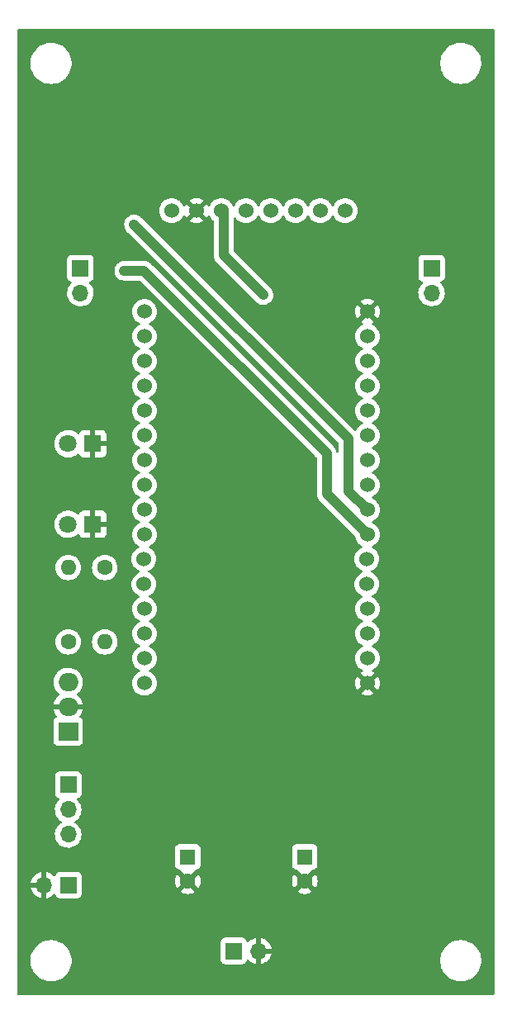
<source format=gbr>
%TF.GenerationSoftware,KiCad,Pcbnew,(6.0.1)*%
%TF.CreationDate,2022-11-21T11:07:03+09:00*%
%TF.ProjectId,Robot,526f626f-742e-46b6-9963-61645f706362,rev?*%
%TF.SameCoordinates,Original*%
%TF.FileFunction,Copper,L2,Bot*%
%TF.FilePolarity,Positive*%
%FSLAX46Y46*%
G04 Gerber Fmt 4.6, Leading zero omitted, Abs format (unit mm)*
G04 Created by KiCad (PCBNEW (6.0.1)) date 2022-11-21 11:07:03*
%MOMM*%
%LPD*%
G01*
G04 APERTURE LIST*
%TA.AperFunction,ComponentPad*%
%ADD10O,1.700000X1.700000*%
%TD*%
%TA.AperFunction,ComponentPad*%
%ADD11R,1.700000X1.700000*%
%TD*%
%TA.AperFunction,ComponentPad*%
%ADD12C,1.600000*%
%TD*%
%TA.AperFunction,ComponentPad*%
%ADD13O,1.600000X1.600000*%
%TD*%
%TA.AperFunction,ComponentPad*%
%ADD14R,1.600000X1.600000*%
%TD*%
%TA.AperFunction,ComponentPad*%
%ADD15R,1.800000X1.800000*%
%TD*%
%TA.AperFunction,ComponentPad*%
%ADD16C,1.800000*%
%TD*%
%TA.AperFunction,ComponentPad*%
%ADD17C,1.524000*%
%TD*%
%TA.AperFunction,ComponentPad*%
%ADD18R,2.000000X1.905000*%
%TD*%
%TA.AperFunction,ComponentPad*%
%ADD19O,2.000000X1.905000*%
%TD*%
%TA.AperFunction,ViaPad*%
%ADD20C,0.800000*%
%TD*%
%TA.AperFunction,Conductor*%
%ADD21C,1.000000*%
%TD*%
G04 APERTURE END LIST*
D10*
%TO.P,MotorPower,*%
%TO.N,GND*%
X160015000Y-128500000D03*
D11*
%TO.P,MotorPower,1,+*%
%TO.N,+BATT*%
X157475000Y-128500000D03*
%TD*%
%TO.P,M1,1,+*%
%TO.N,/IN1*%
X141750000Y-58500000D03*
D10*
%TO.P,M1,2,-*%
%TO.N,/IN2*%
X141750000Y-61040000D03*
%TD*%
D11*
%TO.P,J1,1,Pin_1*%
%TO.N,+BATT_IN*%
X140535000Y-121750000D03*
D10*
%TO.P,J1,2,Pin_2*%
%TO.N,GND*%
X137995000Y-121750000D03*
%TD*%
D11*
%TO.P,M2,1,+*%
%TO.N,/IN3*%
X177750000Y-58500000D03*
D10*
%TO.P,M2,2,-*%
%TO.N,/IN4*%
X177750000Y-61040000D03*
%TD*%
D12*
%TO.P,R1,1*%
%TO.N,/WF_LED*%
X144250000Y-89190000D03*
D13*
%TO.P,R1,2*%
%TO.N,Net-(D1-Pad2)*%
X144250000Y-96810000D03*
%TD*%
D14*
%TO.P,C2,1*%
%TO.N,+5V*%
X164750000Y-118847349D03*
D12*
%TO.P,C2,2*%
%TO.N,GND*%
X164750000Y-121347349D03*
%TD*%
D15*
%TO.P,D1,1,K*%
%TO.N,GND*%
X143025000Y-76500000D03*
D16*
%TO.P,D1,2,A*%
%TO.N,Net-(D1-Pad2)*%
X140485000Y-76500000D03*
%TD*%
D17*
%TO.P,U1,0,0*%
%TO.N,unconnected-(U1-Pad0)*%
X171180000Y-93430000D03*
%TO.P,U1,2,2*%
%TO.N,unconnected-(U1-Pad2)*%
X171180000Y-95970000D03*
%TO.P,U1,3V,3V*%
%TO.N,+3V3*%
X148320000Y-62950000D03*
%TO.P,U1,4,4*%
%TO.N,unconnected-(U1-Pad4)*%
X171120000Y-90889999D03*
%TO.P,U1,5,5*%
%TO.N,/IN1*%
X171180000Y-83270000D03*
%TO.P,U1,12,12*%
%TO.N,unconnected-(U1-Pad12)*%
X148260000Y-90889999D03*
%TO.P,U1,13,13*%
%TO.N,unconnected-(U1-Pad13)*%
X148320000Y-93430000D03*
%TO.P,U1,14,14*%
%TO.N,unconnected-(U1-Pad14)*%
X148260000Y-88309999D03*
%TO.P,U1,15,15*%
%TO.N,unconnected-(U1-Pad15)*%
X171180000Y-98510000D03*
%TO.P,U1,16,16*%
%TO.N,unconnected-(U1-Pad16)*%
X171120000Y-88309999D03*
%TO.P,U1,17,17*%
%TO.N,/IN2*%
X171180000Y-85810000D03*
%TO.P,U1,18,18*%
%TO.N,/IN3*%
X171180000Y-80730000D03*
%TO.P,U1,19,19*%
%TO.N,/IN4*%
X171180000Y-78190000D03*
%TO.P,U1,21,21*%
%TO.N,/SDA*%
X171180000Y-75650000D03*
%TO.P,U1,22,22*%
%TO.N,/SCL*%
X171180000Y-68030000D03*
%TO.P,U1,23,23*%
%TO.N,unconnected-(U1-Pad23)*%
X171180000Y-65490000D03*
%TO.P,U1,25,25*%
%TO.N,/WF_LED*%
X148320000Y-80730000D03*
%TO.P,U1,26,26*%
%TO.N,unconnected-(U1-Pad26)*%
X148320000Y-83270000D03*
%TO.P,U1,27,27*%
%TO.N,unconnected-(U1-Pad27)*%
X148320000Y-85810000D03*
%TO.P,U1,32,32*%
%TO.N,unconnected-(U1-Pad32)*%
X148320000Y-75650000D03*
%TO.P,U1,33,33*%
%TO.N,unconnected-(U1-Pad33)*%
X148320000Y-78190000D03*
%TO.P,U1,34,34*%
%TO.N,unconnected-(U1-Pad34)*%
X148320000Y-73110000D03*
%TO.P,U1,BAT,BAT*%
%TO.N,unconnected-(U1-PadBAT)*%
X148320000Y-101050000D03*
%TO.P,U1,EN,EN*%
%TO.N,unconnected-(U1-PadEN)*%
X148320000Y-95970000D03*
%TO.P,U1,GND,GND*%
%TO.N,GND*%
X171180000Y-101050000D03*
X171180000Y-62950000D03*
%TO.P,U1,RS,RS*%
%TO.N,unconnected-(U1-PadRS)*%
X148320000Y-65490000D03*
%TO.P,U1,RX,RX*%
%TO.N,unconnected-(U1-PadRX)*%
X171180000Y-73110000D03*
%TO.P,U1,TX,TX*%
%TO.N,unconnected-(U1-PadTX)*%
X171180000Y-70570000D03*
%TO.P,U1,USB,USB*%
%TO.N,+5V*%
X148320000Y-98510000D03*
%TO.P,U1,VN,VN*%
%TO.N,unconnected-(U1-PadVN)*%
X148320000Y-70570000D03*
%TO.P,U1,VP,VP*%
%TO.N,unconnected-(U1-PadVP)*%
X148320000Y-68030000D03*
%TD*%
D18*
%TO.P,U3,1,IN*%
%TO.N,+BATT*%
X140500000Y-106000000D03*
D19*
%TO.P,U3,2,GND*%
%TO.N,GND*%
X140500000Y-103460000D03*
%TO.P,U3,3,OUT*%
%TO.N,+5V*%
X140500000Y-100920000D03*
%TD*%
D11*
%TO.P,U2,1,1*%
%TO.N,+BATT*%
X140500000Y-111475000D03*
D10*
%TO.P,U2,2,2*%
%TO.N,+BATT_IN*%
X140500000Y-114015000D03*
%TO.P,U2,3,3*%
X140500000Y-116555000D03*
%TD*%
D12*
%TO.P,R2,1*%
%TO.N,+5V*%
X140500000Y-96810000D03*
D13*
%TO.P,R2,2*%
%TO.N,Net-(D2-Pad2)*%
X140500000Y-89190000D03*
%TD*%
D14*
%TO.P,C1,1*%
%TO.N,+BATT*%
X152750000Y-118847349D03*
D12*
%TO.P,C1,2*%
%TO.N,GND*%
X152750000Y-121347349D03*
%TD*%
D15*
%TO.P,D2,1,K*%
%TO.N,GND*%
X143025000Y-84750000D03*
D16*
%TO.P,D2,2,A*%
%TO.N,Net-(D2-Pad2)*%
X140485000Y-84750000D03*
%TD*%
D17*
%TO.P,U4,AD0,AD0*%
%TO.N,unconnected-(U4-PadAD0)*%
X166350000Y-52600000D03*
%TO.P,U4,GND,GND*%
%TO.N,GND*%
X153650000Y-52600000D03*
%TO.P,U4,INT,INT*%
%TO.N,unconnected-(U4-PadINT)*%
X168890000Y-52600000D03*
%TO.P,U4,SCL,SCL*%
%TO.N,/SCL*%
X156190000Y-52600000D03*
%TO.P,U4,SDA,SDA*%
%TO.N,/SDA*%
X158730000Y-52600000D03*
%TO.P,U4,VCC,VCC*%
%TO.N,+3V3*%
X151110000Y-52600000D03*
%TO.P,U4,XCL,XCL*%
%TO.N,unconnected-(U4-PadXCL)*%
X163810000Y-52600000D03*
%TO.P,U4,XDA,XDA*%
%TO.N,unconnected-(U4-PadXDA)*%
X161270000Y-52600000D03*
%TD*%
D20*
%TO.N,/IN1*%
X147250000Y-54000000D03*
%TO.N,/IN2*%
X146250000Y-58750000D03*
%TO.N,/SCL*%
X160500000Y-61250000D03*
%TD*%
D21*
%TO.N,/IN1*%
X147250000Y-54000000D02*
X169250000Y-76000000D01*
X169250000Y-76000000D02*
X169250000Y-81340000D01*
X169250000Y-81340000D02*
X171180000Y-83270000D01*
%TO.N,/IN2*%
X148250000Y-58750000D02*
X167000000Y-77500000D01*
X146250000Y-58750000D02*
X148250000Y-58750000D01*
X167000000Y-77500000D02*
X167000000Y-81630000D01*
X167000000Y-81630000D02*
X171180000Y-85810000D01*
%TO.N,/SCL*%
X160500000Y-61250000D02*
X156440000Y-57190000D01*
X156440000Y-57190000D02*
X156440000Y-52600000D01*
%TD*%
%TA.AperFunction,Conductor*%
%TO.N,GND*%
G36*
X184184121Y-34028002D02*
G01*
X184230614Y-34081658D01*
X184242000Y-34134000D01*
X184242000Y-132866000D01*
X184221998Y-132934121D01*
X184168342Y-132980614D01*
X184116000Y-132992000D01*
X135384000Y-132992000D01*
X135315879Y-132971998D01*
X135269386Y-132918342D01*
X135258000Y-132866000D01*
X135258000Y-129632703D01*
X136640743Y-129632703D01*
X136678268Y-129917734D01*
X136754129Y-130195036D01*
X136866923Y-130459476D01*
X137014561Y-130706161D01*
X137194313Y-130930528D01*
X137402851Y-131128423D01*
X137636317Y-131296186D01*
X137640112Y-131298195D01*
X137640113Y-131298196D01*
X137661869Y-131309715D01*
X137890392Y-131430712D01*
X138160373Y-131529511D01*
X138441264Y-131590755D01*
X138469841Y-131593004D01*
X138664282Y-131608307D01*
X138664291Y-131608307D01*
X138666739Y-131608500D01*
X138822271Y-131608500D01*
X138824407Y-131608354D01*
X138824418Y-131608354D01*
X139032548Y-131594165D01*
X139032554Y-131594164D01*
X139036825Y-131593873D01*
X139041020Y-131593004D01*
X139041022Y-131593004D01*
X139177584Y-131564723D01*
X139318342Y-131535574D01*
X139589343Y-131439607D01*
X139844812Y-131307750D01*
X139848313Y-131305289D01*
X139848317Y-131305287D01*
X139962418Y-131225095D01*
X140080023Y-131142441D01*
X140290622Y-130946740D01*
X140472713Y-130724268D01*
X140622927Y-130479142D01*
X140738483Y-130215898D01*
X140817244Y-129939406D01*
X140849429Y-129713261D01*
X140857146Y-129659036D01*
X140857146Y-129659034D01*
X140857751Y-129654784D01*
X140857845Y-129636951D01*
X140859096Y-129398134D01*
X156116500Y-129398134D01*
X156123255Y-129460316D01*
X156174385Y-129596705D01*
X156261739Y-129713261D01*
X156378295Y-129800615D01*
X156514684Y-129851745D01*
X156576866Y-129858500D01*
X158373134Y-129858500D01*
X158435316Y-129851745D01*
X158571705Y-129800615D01*
X158688261Y-129713261D01*
X158775615Y-129596705D01*
X158819798Y-129478848D01*
X158862440Y-129422084D01*
X158929001Y-129397384D01*
X158998350Y-129412592D01*
X159033017Y-129440580D01*
X159058218Y-129469673D01*
X159065580Y-129476883D01*
X159229434Y-129612916D01*
X159237881Y-129618831D01*
X159421756Y-129726279D01*
X159431042Y-129730729D01*
X159630001Y-129806703D01*
X159639899Y-129809579D01*
X159743250Y-129830606D01*
X159757299Y-129829410D01*
X159761000Y-129819065D01*
X159761000Y-129818517D01*
X160269000Y-129818517D01*
X160273064Y-129832359D01*
X160286478Y-129834393D01*
X160293184Y-129833534D01*
X160303262Y-129831392D01*
X160507255Y-129770191D01*
X160516842Y-129766433D01*
X160708095Y-129672739D01*
X160716945Y-129667464D01*
X160765678Y-129632703D01*
X178640743Y-129632703D01*
X178678268Y-129917734D01*
X178754129Y-130195036D01*
X178866923Y-130459476D01*
X179014561Y-130706161D01*
X179194313Y-130930528D01*
X179402851Y-131128423D01*
X179636317Y-131296186D01*
X179640112Y-131298195D01*
X179640113Y-131298196D01*
X179661869Y-131309715D01*
X179890392Y-131430712D01*
X180160373Y-131529511D01*
X180441264Y-131590755D01*
X180469841Y-131593004D01*
X180664282Y-131608307D01*
X180664291Y-131608307D01*
X180666739Y-131608500D01*
X180822271Y-131608500D01*
X180824407Y-131608354D01*
X180824418Y-131608354D01*
X181032548Y-131594165D01*
X181032554Y-131594164D01*
X181036825Y-131593873D01*
X181041020Y-131593004D01*
X181041022Y-131593004D01*
X181177584Y-131564723D01*
X181318342Y-131535574D01*
X181589343Y-131439607D01*
X181844812Y-131307750D01*
X181848313Y-131305289D01*
X181848317Y-131305287D01*
X181962418Y-131225095D01*
X182080023Y-131142441D01*
X182290622Y-130946740D01*
X182472713Y-130724268D01*
X182622927Y-130479142D01*
X182738483Y-130215898D01*
X182817244Y-129939406D01*
X182849429Y-129713261D01*
X182857146Y-129659036D01*
X182857146Y-129659034D01*
X182857751Y-129654784D01*
X182857845Y-129636951D01*
X182859235Y-129371583D01*
X182859235Y-129371576D01*
X182859257Y-129367297D01*
X182821732Y-129082266D01*
X182745871Y-128804964D01*
X182633077Y-128540524D01*
X182485439Y-128293839D01*
X182305687Y-128069472D01*
X182097149Y-127871577D01*
X181863683Y-127703814D01*
X181841843Y-127692250D01*
X181789917Y-127664757D01*
X181609608Y-127569288D01*
X181378592Y-127484748D01*
X181343658Y-127471964D01*
X181343656Y-127471963D01*
X181339627Y-127470489D01*
X181058736Y-127409245D01*
X181027685Y-127406801D01*
X180835718Y-127391693D01*
X180835709Y-127391693D01*
X180833261Y-127391500D01*
X180677729Y-127391500D01*
X180675593Y-127391646D01*
X180675582Y-127391646D01*
X180467452Y-127405835D01*
X180467446Y-127405836D01*
X180463175Y-127406127D01*
X180458980Y-127406996D01*
X180458978Y-127406996D01*
X180436249Y-127411703D01*
X180181658Y-127464426D01*
X179910657Y-127560393D01*
X179655188Y-127692250D01*
X179651687Y-127694711D01*
X179651683Y-127694713D01*
X179641594Y-127701804D01*
X179419977Y-127857559D01*
X179209378Y-128053260D01*
X179027287Y-128275732D01*
X178877073Y-128520858D01*
X178761517Y-128784102D01*
X178682756Y-129060594D01*
X178642249Y-129345216D01*
X178642227Y-129349505D01*
X178642226Y-129349512D01*
X178640765Y-129628417D01*
X178640743Y-129632703D01*
X160765678Y-129632703D01*
X160890328Y-129543792D01*
X160898200Y-129537139D01*
X161049052Y-129386812D01*
X161055730Y-129378965D01*
X161180003Y-129206020D01*
X161185313Y-129197183D01*
X161279670Y-129006267D01*
X161283469Y-128996672D01*
X161345377Y-128792910D01*
X161347555Y-128782837D01*
X161348986Y-128771962D01*
X161346775Y-128757778D01*
X161333617Y-128754000D01*
X160287115Y-128754000D01*
X160271876Y-128758475D01*
X160270671Y-128759865D01*
X160269000Y-128767548D01*
X160269000Y-129818517D01*
X159761000Y-129818517D01*
X159761000Y-128227885D01*
X160269000Y-128227885D01*
X160273475Y-128243124D01*
X160274865Y-128244329D01*
X160282548Y-128246000D01*
X161333344Y-128246000D01*
X161346875Y-128242027D01*
X161348180Y-128232947D01*
X161306214Y-128065875D01*
X161302894Y-128056124D01*
X161217972Y-127860814D01*
X161213105Y-127851739D01*
X161097426Y-127672926D01*
X161091136Y-127664757D01*
X160947806Y-127507240D01*
X160940273Y-127500215D01*
X160773139Y-127368222D01*
X160764552Y-127362517D01*
X160578117Y-127259599D01*
X160568705Y-127255369D01*
X160367959Y-127184280D01*
X160357988Y-127181646D01*
X160286837Y-127168972D01*
X160273540Y-127170432D01*
X160269000Y-127184989D01*
X160269000Y-128227885D01*
X159761000Y-128227885D01*
X159761000Y-127183102D01*
X159757082Y-127169758D01*
X159742806Y-127167771D01*
X159704324Y-127173660D01*
X159694288Y-127176051D01*
X159491868Y-127242212D01*
X159482359Y-127246209D01*
X159293463Y-127344542D01*
X159284738Y-127350036D01*
X159114433Y-127477905D01*
X159106726Y-127484748D01*
X159029478Y-127565584D01*
X158967954Y-127601014D01*
X158897042Y-127597557D01*
X158839255Y-127556311D01*
X158820402Y-127522763D01*
X158778767Y-127411703D01*
X158775615Y-127403295D01*
X158688261Y-127286739D01*
X158571705Y-127199385D01*
X158435316Y-127148255D01*
X158373134Y-127141500D01*
X156576866Y-127141500D01*
X156514684Y-127148255D01*
X156378295Y-127199385D01*
X156261739Y-127286739D01*
X156174385Y-127403295D01*
X156123255Y-127539684D01*
X156116500Y-127601866D01*
X156116500Y-129398134D01*
X140859096Y-129398134D01*
X140859235Y-129371583D01*
X140859235Y-129371576D01*
X140859257Y-129367297D01*
X140821732Y-129082266D01*
X140745871Y-128804964D01*
X140633077Y-128540524D01*
X140485439Y-128293839D01*
X140305687Y-128069472D01*
X140097149Y-127871577D01*
X139863683Y-127703814D01*
X139841843Y-127692250D01*
X139789917Y-127664757D01*
X139609608Y-127569288D01*
X139378592Y-127484748D01*
X139343658Y-127471964D01*
X139343656Y-127471963D01*
X139339627Y-127470489D01*
X139058736Y-127409245D01*
X139027685Y-127406801D01*
X138835718Y-127391693D01*
X138835709Y-127391693D01*
X138833261Y-127391500D01*
X138677729Y-127391500D01*
X138675593Y-127391646D01*
X138675582Y-127391646D01*
X138467452Y-127405835D01*
X138467446Y-127405836D01*
X138463175Y-127406127D01*
X138458980Y-127406996D01*
X138458978Y-127406996D01*
X138436249Y-127411703D01*
X138181658Y-127464426D01*
X137910657Y-127560393D01*
X137655188Y-127692250D01*
X137651687Y-127694711D01*
X137651683Y-127694713D01*
X137641594Y-127701804D01*
X137419977Y-127857559D01*
X137209378Y-128053260D01*
X137027287Y-128275732D01*
X136877073Y-128520858D01*
X136761517Y-128784102D01*
X136682756Y-129060594D01*
X136642249Y-129345216D01*
X136642227Y-129349505D01*
X136642226Y-129349512D01*
X136640765Y-129628417D01*
X136640743Y-129632703D01*
X135258000Y-129632703D01*
X135258000Y-122017966D01*
X136663257Y-122017966D01*
X136693565Y-122152446D01*
X136696645Y-122162275D01*
X136776770Y-122359603D01*
X136781413Y-122368794D01*
X136892694Y-122550388D01*
X136898777Y-122558699D01*
X137038213Y-122719667D01*
X137045580Y-122726883D01*
X137209434Y-122862916D01*
X137217881Y-122868831D01*
X137401756Y-122976279D01*
X137411042Y-122980729D01*
X137610001Y-123056703D01*
X137619899Y-123059579D01*
X137723250Y-123080606D01*
X137737299Y-123079410D01*
X137741000Y-123069065D01*
X137741000Y-123068517D01*
X138249000Y-123068517D01*
X138253064Y-123082359D01*
X138266478Y-123084393D01*
X138273184Y-123083534D01*
X138283262Y-123081392D01*
X138487255Y-123020191D01*
X138496842Y-123016433D01*
X138688095Y-122922739D01*
X138696945Y-122917464D01*
X138870328Y-122793792D01*
X138878193Y-122787145D01*
X138982897Y-122682805D01*
X139045268Y-122648889D01*
X139116075Y-122654077D01*
X139172837Y-122696723D01*
X139189819Y-122727826D01*
X139234385Y-122846705D01*
X139321739Y-122963261D01*
X139438295Y-123050615D01*
X139574684Y-123101745D01*
X139636866Y-123108500D01*
X141433134Y-123108500D01*
X141495316Y-123101745D01*
X141631705Y-123050615D01*
X141748261Y-122963261D01*
X141835615Y-122846705D01*
X141886745Y-122710316D01*
X141893500Y-122648134D01*
X141893500Y-122433411D01*
X152028493Y-122433411D01*
X152037789Y-122445426D01*
X152088994Y-122481280D01*
X152098489Y-122486763D01*
X152295947Y-122578839D01*
X152306239Y-122582585D01*
X152516688Y-122638974D01*
X152527481Y-122640877D01*
X152744525Y-122659866D01*
X152755475Y-122659866D01*
X152972519Y-122640877D01*
X152983312Y-122638974D01*
X153193761Y-122582585D01*
X153204053Y-122578839D01*
X153401511Y-122486763D01*
X153411006Y-122481280D01*
X153463048Y-122444840D01*
X153471424Y-122434361D01*
X153470925Y-122433411D01*
X164028493Y-122433411D01*
X164037789Y-122445426D01*
X164088994Y-122481280D01*
X164098489Y-122486763D01*
X164295947Y-122578839D01*
X164306239Y-122582585D01*
X164516688Y-122638974D01*
X164527481Y-122640877D01*
X164744525Y-122659866D01*
X164755475Y-122659866D01*
X164972519Y-122640877D01*
X164983312Y-122638974D01*
X165193761Y-122582585D01*
X165204053Y-122578839D01*
X165401511Y-122486763D01*
X165411006Y-122481280D01*
X165463048Y-122444840D01*
X165471424Y-122434361D01*
X165464356Y-122420915D01*
X164762812Y-121719371D01*
X164748868Y-121711757D01*
X164747035Y-121711888D01*
X164740420Y-121716139D01*
X164034923Y-122421636D01*
X164028493Y-122433411D01*
X153470925Y-122433411D01*
X153464356Y-122420915D01*
X152762812Y-121719371D01*
X152748868Y-121711757D01*
X152747035Y-121711888D01*
X152740420Y-121716139D01*
X152034923Y-122421636D01*
X152028493Y-122433411D01*
X141893500Y-122433411D01*
X141893500Y-121352824D01*
X151437483Y-121352824D01*
X151456472Y-121569868D01*
X151458375Y-121580661D01*
X151514764Y-121791110D01*
X151518510Y-121801402D01*
X151610586Y-121998860D01*
X151616069Y-122008355D01*
X151652509Y-122060397D01*
X151662988Y-122068773D01*
X151676434Y-122061705D01*
X152377978Y-121360161D01*
X152384356Y-121348481D01*
X153114408Y-121348481D01*
X153114539Y-121350314D01*
X153118790Y-121356929D01*
X153824287Y-122062426D01*
X153836062Y-122068856D01*
X153848077Y-122059560D01*
X153883931Y-122008355D01*
X153889414Y-121998860D01*
X153981490Y-121801402D01*
X153985236Y-121791110D01*
X154041625Y-121580661D01*
X154043528Y-121569868D01*
X154062517Y-121352824D01*
X163437483Y-121352824D01*
X163456472Y-121569868D01*
X163458375Y-121580661D01*
X163514764Y-121791110D01*
X163518510Y-121801402D01*
X163610586Y-121998860D01*
X163616069Y-122008355D01*
X163652509Y-122060397D01*
X163662988Y-122068773D01*
X163676434Y-122061705D01*
X164377978Y-121360161D01*
X164384356Y-121348481D01*
X165114408Y-121348481D01*
X165114539Y-121350314D01*
X165118790Y-121356929D01*
X165824287Y-122062426D01*
X165836062Y-122068856D01*
X165848077Y-122059560D01*
X165883931Y-122008355D01*
X165889414Y-121998860D01*
X165981490Y-121801402D01*
X165985236Y-121791110D01*
X166041625Y-121580661D01*
X166043528Y-121569868D01*
X166062517Y-121352824D01*
X166062517Y-121341874D01*
X166043528Y-121124830D01*
X166041625Y-121114037D01*
X165985236Y-120903588D01*
X165981490Y-120893296D01*
X165889414Y-120695838D01*
X165883931Y-120686343D01*
X165847491Y-120634301D01*
X165837012Y-120625925D01*
X165823566Y-120632993D01*
X165122022Y-121334537D01*
X165114408Y-121348481D01*
X164384356Y-121348481D01*
X164385592Y-121346217D01*
X164385461Y-121344384D01*
X164381210Y-121337769D01*
X163675713Y-120632272D01*
X163663938Y-120625842D01*
X163651923Y-120635138D01*
X163616069Y-120686343D01*
X163610586Y-120695838D01*
X163518510Y-120893296D01*
X163514764Y-120903588D01*
X163458375Y-121114037D01*
X163456472Y-121124830D01*
X163437483Y-121341874D01*
X163437483Y-121352824D01*
X154062517Y-121352824D01*
X154062517Y-121341874D01*
X154043528Y-121124830D01*
X154041625Y-121114037D01*
X153985236Y-120903588D01*
X153981490Y-120893296D01*
X153889414Y-120695838D01*
X153883931Y-120686343D01*
X153847491Y-120634301D01*
X153837012Y-120625925D01*
X153823566Y-120632993D01*
X153122022Y-121334537D01*
X153114408Y-121348481D01*
X152384356Y-121348481D01*
X152385592Y-121346217D01*
X152385461Y-121344384D01*
X152381210Y-121337769D01*
X151675713Y-120632272D01*
X151663938Y-120625842D01*
X151651923Y-120635138D01*
X151616069Y-120686343D01*
X151610586Y-120695838D01*
X151518510Y-120893296D01*
X151514764Y-120903588D01*
X151458375Y-121114037D01*
X151456472Y-121124830D01*
X151437483Y-121341874D01*
X151437483Y-121352824D01*
X141893500Y-121352824D01*
X141893500Y-120851866D01*
X141886745Y-120789684D01*
X141835615Y-120653295D01*
X141748261Y-120536739D01*
X141631705Y-120449385D01*
X141495316Y-120398255D01*
X141433134Y-120391500D01*
X139636866Y-120391500D01*
X139574684Y-120398255D01*
X139438295Y-120449385D01*
X139321739Y-120536739D01*
X139234385Y-120653295D01*
X139231233Y-120661703D01*
X139231232Y-120661705D01*
X139189722Y-120772433D01*
X139147081Y-120829198D01*
X139080519Y-120853898D01*
X139011170Y-120838691D01*
X138978546Y-120813004D01*
X138927799Y-120757234D01*
X138920273Y-120750215D01*
X138753139Y-120618222D01*
X138744552Y-120612517D01*
X138558117Y-120509599D01*
X138548705Y-120505369D01*
X138347959Y-120434280D01*
X138337988Y-120431646D01*
X138266837Y-120418972D01*
X138253540Y-120420432D01*
X138249000Y-120434989D01*
X138249000Y-123068517D01*
X137741000Y-123068517D01*
X137741000Y-122022115D01*
X137736525Y-122006876D01*
X137735135Y-122005671D01*
X137727452Y-122004000D01*
X136678225Y-122004000D01*
X136664694Y-122007973D01*
X136663257Y-122017966D01*
X135258000Y-122017966D01*
X135258000Y-121484183D01*
X136659389Y-121484183D01*
X136660912Y-121492607D01*
X136673292Y-121496000D01*
X137722885Y-121496000D01*
X137738124Y-121491525D01*
X137739329Y-121490135D01*
X137741000Y-121482452D01*
X137741000Y-120433102D01*
X137737082Y-120419758D01*
X137722806Y-120417771D01*
X137684324Y-120423660D01*
X137674288Y-120426051D01*
X137471868Y-120492212D01*
X137462359Y-120496209D01*
X137273463Y-120594542D01*
X137264738Y-120600036D01*
X137094433Y-120727905D01*
X137086726Y-120734748D01*
X136939590Y-120888717D01*
X136933104Y-120896727D01*
X136813098Y-121072649D01*
X136808000Y-121081623D01*
X136718338Y-121274783D01*
X136714775Y-121284470D01*
X136659389Y-121484183D01*
X135258000Y-121484183D01*
X135258000Y-119695483D01*
X151441500Y-119695483D01*
X151448255Y-119757665D01*
X151499385Y-119894054D01*
X151586739Y-120010610D01*
X151703295Y-120097964D01*
X151839684Y-120149094D01*
X151883252Y-120153827D01*
X151898486Y-120155482D01*
X151898489Y-120155482D01*
X151901866Y-120155849D01*
X151905185Y-120155849D01*
X151972110Y-120179502D01*
X152007804Y-120225505D01*
X152009734Y-120224490D01*
X152015442Y-120235349D01*
X152015632Y-120235594D01*
X152015653Y-120235752D01*
X152035644Y-120273783D01*
X152737188Y-120975327D01*
X152751132Y-120982941D01*
X152752965Y-120982810D01*
X152759580Y-120978559D01*
X153465077Y-120273062D01*
X153487871Y-120231320D01*
X153490047Y-120221320D01*
X153540253Y-120171122D01*
X153593814Y-120155898D01*
X153594719Y-120155849D01*
X153598134Y-120155849D01*
X153601530Y-120155480D01*
X153601532Y-120155480D01*
X153613879Y-120154139D01*
X153660316Y-120149094D01*
X153796705Y-120097964D01*
X153913261Y-120010610D01*
X154000615Y-119894054D01*
X154051745Y-119757665D01*
X154058500Y-119695483D01*
X163441500Y-119695483D01*
X163448255Y-119757665D01*
X163499385Y-119894054D01*
X163586739Y-120010610D01*
X163703295Y-120097964D01*
X163839684Y-120149094D01*
X163883252Y-120153827D01*
X163898486Y-120155482D01*
X163898489Y-120155482D01*
X163901866Y-120155849D01*
X163905185Y-120155849D01*
X163972110Y-120179502D01*
X164007804Y-120225505D01*
X164009734Y-120224490D01*
X164015442Y-120235349D01*
X164015632Y-120235594D01*
X164015653Y-120235752D01*
X164035644Y-120273783D01*
X164737188Y-120975327D01*
X164751132Y-120982941D01*
X164752965Y-120982810D01*
X164759580Y-120978559D01*
X165465077Y-120273062D01*
X165487871Y-120231320D01*
X165490047Y-120221320D01*
X165540253Y-120171122D01*
X165593814Y-120155898D01*
X165594719Y-120155849D01*
X165598134Y-120155849D01*
X165601530Y-120155480D01*
X165601532Y-120155480D01*
X165613879Y-120154139D01*
X165660316Y-120149094D01*
X165796705Y-120097964D01*
X165913261Y-120010610D01*
X166000615Y-119894054D01*
X166051745Y-119757665D01*
X166058500Y-119695483D01*
X166058500Y-117999215D01*
X166051745Y-117937033D01*
X166000615Y-117800644D01*
X165913261Y-117684088D01*
X165796705Y-117596734D01*
X165660316Y-117545604D01*
X165598134Y-117538849D01*
X163901866Y-117538849D01*
X163839684Y-117545604D01*
X163703295Y-117596734D01*
X163586739Y-117684088D01*
X163499385Y-117800644D01*
X163448255Y-117937033D01*
X163441500Y-117999215D01*
X163441500Y-119695483D01*
X154058500Y-119695483D01*
X154058500Y-117999215D01*
X154051745Y-117937033D01*
X154000615Y-117800644D01*
X153913261Y-117684088D01*
X153796705Y-117596734D01*
X153660316Y-117545604D01*
X153598134Y-117538849D01*
X151901866Y-117538849D01*
X151839684Y-117545604D01*
X151703295Y-117596734D01*
X151586739Y-117684088D01*
X151499385Y-117800644D01*
X151448255Y-117937033D01*
X151441500Y-117999215D01*
X151441500Y-119695483D01*
X135258000Y-119695483D01*
X135258000Y-116521695D01*
X139137251Y-116521695D01*
X139137548Y-116526848D01*
X139137548Y-116526851D01*
X139143011Y-116621590D01*
X139150110Y-116744715D01*
X139151247Y-116749761D01*
X139151248Y-116749767D01*
X139171119Y-116837939D01*
X139199222Y-116962639D01*
X139283266Y-117169616D01*
X139399987Y-117360088D01*
X139546250Y-117528938D01*
X139718126Y-117671632D01*
X139911000Y-117784338D01*
X140119692Y-117864030D01*
X140124760Y-117865061D01*
X140124763Y-117865062D01*
X140232017Y-117886883D01*
X140338597Y-117908567D01*
X140343772Y-117908757D01*
X140343774Y-117908757D01*
X140556673Y-117916564D01*
X140556677Y-117916564D01*
X140561837Y-117916753D01*
X140566957Y-117916097D01*
X140566959Y-117916097D01*
X140778288Y-117889025D01*
X140778289Y-117889025D01*
X140783416Y-117888368D01*
X140788366Y-117886883D01*
X140992429Y-117825661D01*
X140992434Y-117825659D01*
X140997384Y-117824174D01*
X141197994Y-117725896D01*
X141379860Y-117596173D01*
X141538096Y-117438489D01*
X141597594Y-117355689D01*
X141665435Y-117261277D01*
X141668453Y-117257077D01*
X141767430Y-117056811D01*
X141832370Y-116843069D01*
X141861529Y-116621590D01*
X141863156Y-116555000D01*
X141844852Y-116332361D01*
X141790431Y-116115702D01*
X141701354Y-115910840D01*
X141580014Y-115723277D01*
X141429670Y-115558051D01*
X141425619Y-115554852D01*
X141425615Y-115554848D01*
X141258414Y-115422800D01*
X141258410Y-115422798D01*
X141254359Y-115419598D01*
X141213053Y-115396796D01*
X141163084Y-115346364D01*
X141148312Y-115276921D01*
X141173428Y-115210516D01*
X141200780Y-115183909D01*
X141244603Y-115152650D01*
X141379860Y-115056173D01*
X141538096Y-114898489D01*
X141597594Y-114815689D01*
X141665435Y-114721277D01*
X141668453Y-114717077D01*
X141767430Y-114516811D01*
X141832370Y-114303069D01*
X141861529Y-114081590D01*
X141863156Y-114015000D01*
X141844852Y-113792361D01*
X141790431Y-113575702D01*
X141701354Y-113370840D01*
X141580014Y-113183277D01*
X141576532Y-113179450D01*
X141432798Y-113021488D01*
X141401746Y-112957642D01*
X141410141Y-112887143D01*
X141455317Y-112832375D01*
X141481761Y-112818706D01*
X141588297Y-112778767D01*
X141596705Y-112775615D01*
X141713261Y-112688261D01*
X141800615Y-112571705D01*
X141851745Y-112435316D01*
X141858500Y-112373134D01*
X141858500Y-110576866D01*
X141851745Y-110514684D01*
X141800615Y-110378295D01*
X141713261Y-110261739D01*
X141596705Y-110174385D01*
X141460316Y-110123255D01*
X141398134Y-110116500D01*
X139601866Y-110116500D01*
X139539684Y-110123255D01*
X139403295Y-110174385D01*
X139286739Y-110261739D01*
X139199385Y-110378295D01*
X139148255Y-110514684D01*
X139141500Y-110576866D01*
X139141500Y-112373134D01*
X139148255Y-112435316D01*
X139199385Y-112571705D01*
X139286739Y-112688261D01*
X139403295Y-112775615D01*
X139411704Y-112778767D01*
X139411705Y-112778768D01*
X139520451Y-112819535D01*
X139577216Y-112862176D01*
X139601916Y-112928738D01*
X139586709Y-112998087D01*
X139567316Y-113024568D01*
X139440629Y-113157138D01*
X139314743Y-113341680D01*
X139220688Y-113544305D01*
X139160989Y-113759570D01*
X139137251Y-113981695D01*
X139137548Y-113986848D01*
X139137548Y-113986851D01*
X139143011Y-114081590D01*
X139150110Y-114204715D01*
X139151247Y-114209761D01*
X139151248Y-114209767D01*
X139171119Y-114297939D01*
X139199222Y-114422639D01*
X139283266Y-114629616D01*
X139399987Y-114820088D01*
X139546250Y-114988938D01*
X139718126Y-115131632D01*
X139788595Y-115172811D01*
X139791445Y-115174476D01*
X139840169Y-115226114D01*
X139853240Y-115295897D01*
X139826509Y-115361669D01*
X139786055Y-115395027D01*
X139773607Y-115401507D01*
X139769474Y-115404610D01*
X139769471Y-115404612D01*
X139745247Y-115422800D01*
X139594965Y-115535635D01*
X139440629Y-115697138D01*
X139314743Y-115881680D01*
X139220688Y-116084305D01*
X139160989Y-116299570D01*
X139137251Y-116521695D01*
X135258000Y-116521695D01*
X135258000Y-107000634D01*
X138991500Y-107000634D01*
X138998255Y-107062816D01*
X139049385Y-107199205D01*
X139136739Y-107315761D01*
X139253295Y-107403115D01*
X139389684Y-107454245D01*
X139451866Y-107461000D01*
X141548134Y-107461000D01*
X141610316Y-107454245D01*
X141746705Y-107403115D01*
X141863261Y-107315761D01*
X141950615Y-107199205D01*
X142001745Y-107062816D01*
X142008500Y-107000634D01*
X142008500Y-104999366D01*
X142001745Y-104937184D01*
X141950615Y-104800795D01*
X141863261Y-104684239D01*
X141746705Y-104596885D01*
X141726317Y-104589242D01*
X141669553Y-104546599D01*
X141644854Y-104480038D01*
X141660062Y-104410689D01*
X141671666Y-104393168D01*
X141764945Y-104275056D01*
X141770650Y-104266469D01*
X141881714Y-104065278D01*
X141885944Y-104055866D01*
X141962659Y-103839232D01*
X141965293Y-103829261D01*
X141982647Y-103731837D01*
X141981187Y-103718540D01*
X141966630Y-103714000D01*
X139031904Y-103714000D01*
X139018560Y-103717918D01*
X139016573Y-103732194D01*
X139026110Y-103794515D01*
X139028499Y-103804543D01*
X139099898Y-104022988D01*
X139103895Y-104032497D01*
X139210011Y-104236344D01*
X139215500Y-104245061D01*
X139328902Y-104396099D01*
X139353807Y-104462584D01*
X139338814Y-104531980D01*
X139288684Y-104582253D01*
X139272375Y-104589732D01*
X139253295Y-104596885D01*
X139136739Y-104684239D01*
X139049385Y-104800795D01*
X138998255Y-104937184D01*
X138991500Y-104999366D01*
X138991500Y-107000634D01*
X135258000Y-107000634D01*
X135258000Y-101022263D01*
X138990064Y-101022263D01*
X139026404Y-101259744D01*
X139063094Y-101371997D01*
X139099434Y-101483183D01*
X139099437Y-101483189D01*
X139101042Y-101488101D01*
X139211975Y-101701200D01*
X139356223Y-101893320D01*
X139359961Y-101896892D01*
X139499393Y-102030136D01*
X139529912Y-102059301D01*
X139567351Y-102084840D01*
X139612352Y-102139751D01*
X139620523Y-102210275D01*
X139589269Y-102274022D01*
X139564790Y-102294716D01*
X139562674Y-102296085D01*
X139554502Y-102302378D01*
X139384520Y-102457050D01*
X139377494Y-102464583D01*
X139235055Y-102644944D01*
X139229350Y-102653531D01*
X139118286Y-102854722D01*
X139114056Y-102864134D01*
X139037341Y-103080768D01*
X139034707Y-103090739D01*
X139017353Y-103188163D01*
X139018813Y-103201460D01*
X139033370Y-103206000D01*
X141968096Y-103206000D01*
X141981440Y-103202082D01*
X141983427Y-103187806D01*
X141973890Y-103125485D01*
X141971501Y-103115457D01*
X141900102Y-102897012D01*
X141896105Y-102887503D01*
X141789989Y-102683656D01*
X141784495Y-102674931D01*
X141646507Y-102491148D01*
X141639664Y-102483441D01*
X141473509Y-102324661D01*
X141465502Y-102318177D01*
X141432644Y-102295763D01*
X141387641Y-102240852D01*
X141379468Y-102170328D01*
X141410722Y-102106580D01*
X141435204Y-102085884D01*
X141437635Y-102084311D01*
X141441977Y-102081502D01*
X141619670Y-101919814D01*
X141680347Y-101842983D01*
X141765367Y-101735330D01*
X141765370Y-101735325D01*
X141768568Y-101731276D01*
X141782885Y-101705342D01*
X141882177Y-101525474D01*
X141882179Y-101525470D01*
X141884674Y-101520950D01*
X141895278Y-101491007D01*
X141963144Y-101299360D01*
X141963145Y-101299356D01*
X141964870Y-101294485D01*
X141965778Y-101289389D01*
X142006095Y-101063052D01*
X142006096Y-101063046D01*
X142007001Y-101057963D01*
X142009936Y-100817737D01*
X141973596Y-100580256D01*
X141917234Y-100407815D01*
X141900566Y-100356817D01*
X141900563Y-100356811D01*
X141898958Y-100351899D01*
X141837964Y-100234730D01*
X141790416Y-100143393D01*
X141788025Y-100138800D01*
X141736266Y-100069864D01*
X141646882Y-99950815D01*
X141646880Y-99950812D01*
X141643777Y-99946680D01*
X141470088Y-99780699D01*
X141271622Y-99645314D01*
X141266939Y-99643140D01*
X141266935Y-99643138D01*
X141058405Y-99546342D01*
X141058401Y-99546341D01*
X141053710Y-99544163D01*
X140822202Y-99479960D01*
X140817065Y-99479411D01*
X140629407Y-99459356D01*
X140629399Y-99459356D01*
X140626072Y-99459000D01*
X140391598Y-99459000D01*
X140389025Y-99459212D01*
X140389014Y-99459212D01*
X140288054Y-99467513D01*
X140213063Y-99473678D01*
X139980056Y-99532206D01*
X139851229Y-99588221D01*
X139764474Y-99625943D01*
X139764471Y-99625945D01*
X139759737Y-99628003D01*
X139558023Y-99758498D01*
X139380330Y-99920186D01*
X139319653Y-99997017D01*
X139234633Y-100104670D01*
X139234630Y-100104675D01*
X139231432Y-100108724D01*
X139228939Y-100113240D01*
X139228937Y-100113243D01*
X139164363Y-100230219D01*
X139115326Y-100319050D01*
X139113602Y-100323919D01*
X139113600Y-100323923D01*
X139080442Y-100417559D01*
X139035130Y-100545515D01*
X139034223Y-100550608D01*
X139034222Y-100550611D01*
X139010202Y-100685461D01*
X138992999Y-100782037D01*
X138990064Y-101022263D01*
X135258000Y-101022263D01*
X135258000Y-96810000D01*
X139186502Y-96810000D01*
X139206457Y-97038087D01*
X139207881Y-97043400D01*
X139207881Y-97043402D01*
X139256803Y-97225978D01*
X139265716Y-97259243D01*
X139268039Y-97264224D01*
X139268039Y-97264225D01*
X139360151Y-97461762D01*
X139360154Y-97461767D01*
X139362477Y-97466749D01*
X139493802Y-97654300D01*
X139655700Y-97816198D01*
X139660208Y-97819355D01*
X139660211Y-97819357D01*
X139735856Y-97872324D01*
X139843251Y-97947523D01*
X139848233Y-97949846D01*
X139848238Y-97949849D01*
X140045775Y-98041961D01*
X140050757Y-98044284D01*
X140056065Y-98045706D01*
X140056067Y-98045707D01*
X140266598Y-98102119D01*
X140266600Y-98102119D01*
X140271913Y-98103543D01*
X140500000Y-98123498D01*
X140728087Y-98103543D01*
X140733400Y-98102119D01*
X140733402Y-98102119D01*
X140943933Y-98045707D01*
X140943935Y-98045706D01*
X140949243Y-98044284D01*
X140954225Y-98041961D01*
X141151762Y-97949849D01*
X141151767Y-97949846D01*
X141156749Y-97947523D01*
X141264144Y-97872324D01*
X141339789Y-97819357D01*
X141339792Y-97819355D01*
X141344300Y-97816198D01*
X141506198Y-97654300D01*
X141637523Y-97466749D01*
X141639846Y-97461767D01*
X141639849Y-97461762D01*
X141731961Y-97264225D01*
X141731961Y-97264224D01*
X141734284Y-97259243D01*
X141743198Y-97225978D01*
X141792119Y-97043402D01*
X141792119Y-97043400D01*
X141793543Y-97038087D01*
X141813498Y-96810000D01*
X142936502Y-96810000D01*
X142956457Y-97038087D01*
X142957881Y-97043400D01*
X142957881Y-97043402D01*
X143006803Y-97225978D01*
X143015716Y-97259243D01*
X143018039Y-97264224D01*
X143018039Y-97264225D01*
X143110151Y-97461762D01*
X143110154Y-97461767D01*
X143112477Y-97466749D01*
X143243802Y-97654300D01*
X143405700Y-97816198D01*
X143410208Y-97819355D01*
X143410211Y-97819357D01*
X143485856Y-97872324D01*
X143593251Y-97947523D01*
X143598233Y-97949846D01*
X143598238Y-97949849D01*
X143795775Y-98041961D01*
X143800757Y-98044284D01*
X143806065Y-98045706D01*
X143806067Y-98045707D01*
X144016598Y-98102119D01*
X144016600Y-98102119D01*
X144021913Y-98103543D01*
X144250000Y-98123498D01*
X144478087Y-98103543D01*
X144483400Y-98102119D01*
X144483402Y-98102119D01*
X144693933Y-98045707D01*
X144693935Y-98045706D01*
X144699243Y-98044284D01*
X144704225Y-98041961D01*
X144901762Y-97949849D01*
X144901767Y-97949846D01*
X144906749Y-97947523D01*
X145014144Y-97872324D01*
X145089789Y-97819357D01*
X145089792Y-97819355D01*
X145094300Y-97816198D01*
X145256198Y-97654300D01*
X145387523Y-97466749D01*
X145389846Y-97461767D01*
X145389849Y-97461762D01*
X145481961Y-97264225D01*
X145481961Y-97264224D01*
X145484284Y-97259243D01*
X145493198Y-97225978D01*
X145542119Y-97043402D01*
X145542119Y-97043400D01*
X145543543Y-97038087D01*
X145563498Y-96810000D01*
X145543543Y-96581913D01*
X145542119Y-96576598D01*
X145485707Y-96366067D01*
X145485706Y-96366065D01*
X145484284Y-96360757D01*
X145407819Y-96196776D01*
X145389849Y-96158238D01*
X145389846Y-96158233D01*
X145387523Y-96153251D01*
X145256198Y-95965700D01*
X145094300Y-95803802D01*
X145089792Y-95800645D01*
X145089789Y-95800643D01*
X145007786Y-95743224D01*
X144906749Y-95672477D01*
X144901767Y-95670154D01*
X144901762Y-95670151D01*
X144704225Y-95578039D01*
X144704224Y-95578039D01*
X144699243Y-95575716D01*
X144693935Y-95574294D01*
X144693933Y-95574293D01*
X144483402Y-95517881D01*
X144483400Y-95517881D01*
X144478087Y-95516457D01*
X144250000Y-95496502D01*
X144021913Y-95516457D01*
X144016600Y-95517881D01*
X144016598Y-95517881D01*
X143806067Y-95574293D01*
X143806065Y-95574294D01*
X143800757Y-95575716D01*
X143795776Y-95578039D01*
X143795775Y-95578039D01*
X143598238Y-95670151D01*
X143598233Y-95670154D01*
X143593251Y-95672477D01*
X143492214Y-95743224D01*
X143410211Y-95800643D01*
X143410208Y-95800645D01*
X143405700Y-95803802D01*
X143243802Y-95965700D01*
X143112477Y-96153251D01*
X143110154Y-96158233D01*
X143110151Y-96158238D01*
X143092181Y-96196776D01*
X143015716Y-96360757D01*
X143014294Y-96366065D01*
X143014293Y-96366067D01*
X142957881Y-96576598D01*
X142956457Y-96581913D01*
X142936502Y-96810000D01*
X141813498Y-96810000D01*
X141793543Y-96581913D01*
X141792119Y-96576598D01*
X141735707Y-96366067D01*
X141735706Y-96366065D01*
X141734284Y-96360757D01*
X141657819Y-96196776D01*
X141639849Y-96158238D01*
X141639846Y-96158233D01*
X141637523Y-96153251D01*
X141506198Y-95965700D01*
X141344300Y-95803802D01*
X141339792Y-95800645D01*
X141339789Y-95800643D01*
X141257786Y-95743224D01*
X141156749Y-95672477D01*
X141151767Y-95670154D01*
X141151762Y-95670151D01*
X140954225Y-95578039D01*
X140954224Y-95578039D01*
X140949243Y-95575716D01*
X140943935Y-95574294D01*
X140943933Y-95574293D01*
X140733402Y-95517881D01*
X140733400Y-95517881D01*
X140728087Y-95516457D01*
X140500000Y-95496502D01*
X140271913Y-95516457D01*
X140266600Y-95517881D01*
X140266598Y-95517881D01*
X140056067Y-95574293D01*
X140056065Y-95574294D01*
X140050757Y-95575716D01*
X140045776Y-95578039D01*
X140045775Y-95578039D01*
X139848238Y-95670151D01*
X139848233Y-95670154D01*
X139843251Y-95672477D01*
X139742214Y-95743224D01*
X139660211Y-95800643D01*
X139660208Y-95800645D01*
X139655700Y-95803802D01*
X139493802Y-95965700D01*
X139362477Y-96153251D01*
X139360154Y-96158233D01*
X139360151Y-96158238D01*
X139342181Y-96196776D01*
X139265716Y-96360757D01*
X139264294Y-96366065D01*
X139264293Y-96366067D01*
X139207881Y-96576598D01*
X139206457Y-96581913D01*
X139186502Y-96810000D01*
X135258000Y-96810000D01*
X135258000Y-90889999D01*
X146984647Y-90889999D01*
X147004022Y-91111462D01*
X147061560Y-91326195D01*
X147063882Y-91331176D01*
X147063883Y-91331177D01*
X147153186Y-91522688D01*
X147153189Y-91522693D01*
X147155512Y-91527675D01*
X147283023Y-91709780D01*
X147440219Y-91866976D01*
X147444727Y-91870133D01*
X147444730Y-91870135D01*
X147520495Y-91923186D01*
X147622323Y-91994487D01*
X147627305Y-91996810D01*
X147627310Y-91996813D01*
X147762374Y-92059794D01*
X147815659Y-92106711D01*
X147835120Y-92174989D01*
X147814578Y-92242949D01*
X147762374Y-92288184D01*
X147687311Y-92323186D01*
X147687306Y-92323189D01*
X147682324Y-92325512D01*
X147677817Y-92328668D01*
X147677815Y-92328669D01*
X147504730Y-92449864D01*
X147504727Y-92449866D01*
X147500219Y-92453023D01*
X147343023Y-92610219D01*
X147215512Y-92792324D01*
X147213189Y-92797306D01*
X147213186Y-92797311D01*
X147123883Y-92988822D01*
X147121560Y-92993804D01*
X147064022Y-93208537D01*
X147044647Y-93430000D01*
X147064022Y-93651463D01*
X147121560Y-93866196D01*
X147123882Y-93871177D01*
X147123883Y-93871178D01*
X147213186Y-94062689D01*
X147213189Y-94062694D01*
X147215512Y-94067676D01*
X147343023Y-94249781D01*
X147500219Y-94406977D01*
X147504727Y-94410134D01*
X147504730Y-94410136D01*
X147580495Y-94463187D01*
X147682323Y-94534488D01*
X147687305Y-94536811D01*
X147687310Y-94536814D01*
X147792373Y-94585805D01*
X147845658Y-94632722D01*
X147865119Y-94700999D01*
X147844577Y-94768959D01*
X147792373Y-94814195D01*
X147687311Y-94863186D01*
X147687306Y-94863189D01*
X147682324Y-94865512D01*
X147677817Y-94868668D01*
X147677815Y-94868669D01*
X147504730Y-94989864D01*
X147504727Y-94989866D01*
X147500219Y-94993023D01*
X147343023Y-95150219D01*
X147215512Y-95332324D01*
X147213189Y-95337306D01*
X147213186Y-95337311D01*
X147138954Y-95496502D01*
X147121560Y-95533804D01*
X147064022Y-95748537D01*
X147044647Y-95970000D01*
X147064022Y-96191463D01*
X147065446Y-96196776D01*
X147109385Y-96360757D01*
X147121560Y-96406196D01*
X147123882Y-96411177D01*
X147123883Y-96411178D01*
X147213186Y-96602689D01*
X147213189Y-96602694D01*
X147215512Y-96607676D01*
X147343023Y-96789781D01*
X147500219Y-96946977D01*
X147504727Y-96950134D01*
X147504730Y-96950136D01*
X147580495Y-97003187D01*
X147682323Y-97074488D01*
X147687305Y-97076811D01*
X147687310Y-97076814D01*
X147792373Y-97125805D01*
X147845658Y-97172722D01*
X147865119Y-97240999D01*
X147844577Y-97308959D01*
X147792373Y-97354195D01*
X147687311Y-97403186D01*
X147687306Y-97403189D01*
X147682324Y-97405512D01*
X147677817Y-97408668D01*
X147677815Y-97408669D01*
X147504730Y-97529864D01*
X147504727Y-97529866D01*
X147500219Y-97533023D01*
X147343023Y-97690219D01*
X147339866Y-97694727D01*
X147339864Y-97694730D01*
X147252600Y-97819357D01*
X147215512Y-97872324D01*
X147213189Y-97877306D01*
X147213186Y-97877311D01*
X147135325Y-98044284D01*
X147121560Y-98073804D01*
X147064022Y-98288537D01*
X147044647Y-98510000D01*
X147064022Y-98731463D01*
X147121560Y-98946196D01*
X147123882Y-98951177D01*
X147123883Y-98951178D01*
X147213186Y-99142689D01*
X147213189Y-99142694D01*
X147215512Y-99147676D01*
X147343023Y-99329781D01*
X147500219Y-99486977D01*
X147504727Y-99490134D01*
X147504730Y-99490136D01*
X147567756Y-99534267D01*
X147682323Y-99614488D01*
X147687305Y-99616811D01*
X147687310Y-99616814D01*
X147792373Y-99665805D01*
X147845658Y-99712722D01*
X147865119Y-99780999D01*
X147844577Y-99848959D01*
X147792373Y-99894195D01*
X147687311Y-99943186D01*
X147687306Y-99943189D01*
X147682324Y-99945512D01*
X147677817Y-99948668D01*
X147677815Y-99948669D01*
X147504730Y-100069864D01*
X147504727Y-100069866D01*
X147500219Y-100073023D01*
X147343023Y-100230219D01*
X147339866Y-100234727D01*
X147339864Y-100234730D01*
X147218669Y-100407815D01*
X147215512Y-100412324D01*
X147213189Y-100417306D01*
X147213186Y-100417311D01*
X147123883Y-100608822D01*
X147121560Y-100613804D01*
X147064022Y-100828537D01*
X147044647Y-101050000D01*
X147064022Y-101271463D01*
X147121560Y-101486196D01*
X147123882Y-101491177D01*
X147123883Y-101491178D01*
X147213186Y-101682689D01*
X147213189Y-101682694D01*
X147215512Y-101687676D01*
X147218668Y-101692183D01*
X147218669Y-101692185D01*
X147255107Y-101744223D01*
X147343023Y-101869781D01*
X147500219Y-102026977D01*
X147504727Y-102030134D01*
X147504730Y-102030136D01*
X147573124Y-102078026D01*
X147682323Y-102154488D01*
X147687305Y-102156811D01*
X147687310Y-102156814D01*
X147867531Y-102240852D01*
X147883804Y-102248440D01*
X147889112Y-102249862D01*
X147889114Y-102249863D01*
X147954949Y-102267503D01*
X148098537Y-102305978D01*
X148320000Y-102325353D01*
X148541463Y-102305978D01*
X148685051Y-102267503D01*
X148750886Y-102249863D01*
X148750888Y-102249862D01*
X148756196Y-102248440D01*
X148772469Y-102240852D01*
X148952690Y-102156814D01*
X148952695Y-102156811D01*
X148957677Y-102154488D01*
X149022959Y-102108777D01*
X170485777Y-102108777D01*
X170495074Y-102120793D01*
X170538069Y-102150898D01*
X170547555Y-102156376D01*
X170738993Y-102245645D01*
X170749285Y-102249391D01*
X170953309Y-102304059D01*
X170964104Y-102305962D01*
X171174525Y-102324372D01*
X171185475Y-102324372D01*
X171395896Y-102305962D01*
X171406691Y-102304059D01*
X171610715Y-102249391D01*
X171621007Y-102245645D01*
X171812445Y-102156376D01*
X171821931Y-102150898D01*
X171865764Y-102120207D01*
X171874139Y-102109729D01*
X171867071Y-102096281D01*
X171192812Y-101422022D01*
X171178868Y-101414408D01*
X171177035Y-101414539D01*
X171170420Y-101418790D01*
X170492207Y-102097003D01*
X170485777Y-102108777D01*
X149022959Y-102108777D01*
X149066876Y-102078026D01*
X149135270Y-102030136D01*
X149135273Y-102030134D01*
X149139781Y-102026977D01*
X149296977Y-101869781D01*
X149384894Y-101744223D01*
X149421331Y-101692185D01*
X149421332Y-101692183D01*
X149424488Y-101687676D01*
X149426811Y-101682694D01*
X149426814Y-101682689D01*
X149516117Y-101491178D01*
X149516118Y-101491177D01*
X149518440Y-101486196D01*
X149575978Y-101271463D01*
X149594874Y-101055475D01*
X169905628Y-101055475D01*
X169924038Y-101265896D01*
X169925941Y-101276691D01*
X169980609Y-101480715D01*
X169984355Y-101491007D01*
X170073623Y-101682441D01*
X170079103Y-101691932D01*
X170109794Y-101735765D01*
X170120271Y-101744140D01*
X170133718Y-101737072D01*
X170807978Y-101062812D01*
X170814356Y-101051132D01*
X171544408Y-101051132D01*
X171544539Y-101052965D01*
X171548790Y-101059580D01*
X172227003Y-101737793D01*
X172238777Y-101744223D01*
X172250793Y-101734926D01*
X172280897Y-101691932D01*
X172286377Y-101682441D01*
X172375645Y-101491007D01*
X172379391Y-101480715D01*
X172434059Y-101276691D01*
X172435962Y-101265896D01*
X172454372Y-101055475D01*
X172454372Y-101044525D01*
X172435962Y-100834104D01*
X172434059Y-100823309D01*
X172379391Y-100619285D01*
X172375645Y-100608993D01*
X172286377Y-100417559D01*
X172280897Y-100408068D01*
X172250206Y-100364235D01*
X172239729Y-100355860D01*
X172226282Y-100362928D01*
X171552022Y-101037188D01*
X171544408Y-101051132D01*
X170814356Y-101051132D01*
X170815592Y-101048868D01*
X170815461Y-101047035D01*
X170811210Y-101040420D01*
X170132997Y-100362207D01*
X170121223Y-100355777D01*
X170109207Y-100365074D01*
X170079103Y-100408068D01*
X170073623Y-100417559D01*
X169984355Y-100608993D01*
X169980609Y-100619285D01*
X169925941Y-100823309D01*
X169924038Y-100834104D01*
X169905628Y-101044525D01*
X169905628Y-101055475D01*
X149594874Y-101055475D01*
X149595353Y-101050000D01*
X149575978Y-100828537D01*
X149518440Y-100613804D01*
X149516117Y-100608822D01*
X149426814Y-100417311D01*
X149426811Y-100417306D01*
X149424488Y-100412324D01*
X149421331Y-100407815D01*
X149300136Y-100234730D01*
X149300134Y-100234727D01*
X149296977Y-100230219D01*
X149139781Y-100073023D01*
X149135273Y-100069866D01*
X149135270Y-100069864D01*
X149059505Y-100016813D01*
X148957677Y-99945512D01*
X148952695Y-99943189D01*
X148952690Y-99943186D01*
X148847627Y-99894195D01*
X148794342Y-99847278D01*
X148774881Y-99779001D01*
X148795423Y-99711041D01*
X148847627Y-99665805D01*
X148952690Y-99616814D01*
X148952695Y-99616811D01*
X148957677Y-99614488D01*
X149072244Y-99534267D01*
X149135270Y-99490136D01*
X149135273Y-99490134D01*
X149139781Y-99486977D01*
X149296977Y-99329781D01*
X149424488Y-99147676D01*
X149426811Y-99142694D01*
X149426814Y-99142689D01*
X149516117Y-98951178D01*
X149516118Y-98951177D01*
X149518440Y-98946196D01*
X149575978Y-98731463D01*
X149595353Y-98510000D01*
X149575978Y-98288537D01*
X149518440Y-98073804D01*
X149504675Y-98044284D01*
X149426814Y-97877311D01*
X149426811Y-97877306D01*
X149424488Y-97872324D01*
X149387400Y-97819357D01*
X149300136Y-97694730D01*
X149300134Y-97694727D01*
X149296977Y-97690219D01*
X149139781Y-97533023D01*
X149135273Y-97529866D01*
X149135270Y-97529864D01*
X149038010Y-97461762D01*
X148957677Y-97405512D01*
X148952695Y-97403189D01*
X148952690Y-97403186D01*
X148847627Y-97354195D01*
X148794342Y-97307278D01*
X148774881Y-97239001D01*
X148795423Y-97171041D01*
X148847627Y-97125805D01*
X148952690Y-97076814D01*
X148952695Y-97076811D01*
X148957677Y-97074488D01*
X149059505Y-97003187D01*
X149135270Y-96950136D01*
X149135273Y-96950134D01*
X149139781Y-96946977D01*
X149296977Y-96789781D01*
X149424488Y-96607676D01*
X149426811Y-96602694D01*
X149426814Y-96602689D01*
X149516117Y-96411178D01*
X149516118Y-96411177D01*
X149518440Y-96406196D01*
X149530616Y-96360757D01*
X149574554Y-96196776D01*
X149575978Y-96191463D01*
X149595353Y-95970000D01*
X149575978Y-95748537D01*
X149518440Y-95533804D01*
X149501046Y-95496502D01*
X149426814Y-95337311D01*
X149426811Y-95337306D01*
X149424488Y-95332324D01*
X149296977Y-95150219D01*
X149139781Y-94993023D01*
X149135273Y-94989866D01*
X149135270Y-94989864D01*
X149059505Y-94936813D01*
X148957677Y-94865512D01*
X148952695Y-94863189D01*
X148952690Y-94863186D01*
X148847627Y-94814195D01*
X148794342Y-94767278D01*
X148774881Y-94699001D01*
X148795423Y-94631041D01*
X148847627Y-94585805D01*
X148952690Y-94536814D01*
X148952695Y-94536811D01*
X148957677Y-94534488D01*
X149059505Y-94463187D01*
X149135270Y-94410136D01*
X149135273Y-94410134D01*
X149139781Y-94406977D01*
X149296977Y-94249781D01*
X149424488Y-94067676D01*
X149426811Y-94062694D01*
X149426814Y-94062689D01*
X149516117Y-93871178D01*
X149516118Y-93871177D01*
X149518440Y-93866196D01*
X149575978Y-93651463D01*
X149595353Y-93430000D01*
X149575978Y-93208537D01*
X149518440Y-92993804D01*
X149516117Y-92988822D01*
X149426814Y-92797311D01*
X149426811Y-92797306D01*
X149424488Y-92792324D01*
X149296977Y-92610219D01*
X149139781Y-92453023D01*
X149135273Y-92449866D01*
X149135270Y-92449864D01*
X149059505Y-92396813D01*
X148957677Y-92325512D01*
X148952695Y-92323189D01*
X148952690Y-92323186D01*
X148817626Y-92260205D01*
X148764341Y-92213288D01*
X148744880Y-92145010D01*
X148765422Y-92077050D01*
X148817627Y-92031815D01*
X148892686Y-91996815D01*
X148892692Y-91996812D01*
X148897677Y-91994487D01*
X148999505Y-91923186D01*
X149075270Y-91870135D01*
X149075273Y-91870133D01*
X149079781Y-91866976D01*
X149236977Y-91709780D01*
X149364488Y-91527675D01*
X149366811Y-91522693D01*
X149366814Y-91522688D01*
X149456117Y-91331177D01*
X149456118Y-91331176D01*
X149458440Y-91326195D01*
X149515978Y-91111462D01*
X149535353Y-90889999D01*
X149515978Y-90668536D01*
X149471756Y-90503498D01*
X149459863Y-90459113D01*
X149459862Y-90459111D01*
X149458440Y-90453803D01*
X149400639Y-90329849D01*
X149366814Y-90257310D01*
X149366811Y-90257305D01*
X149364488Y-90252323D01*
X149325189Y-90196198D01*
X149240136Y-90074729D01*
X149240134Y-90074726D01*
X149236977Y-90070218D01*
X149079781Y-89913022D01*
X149075273Y-89909865D01*
X149075270Y-89909863D01*
X148978011Y-89841762D01*
X148897677Y-89785511D01*
X148892695Y-89783188D01*
X148892690Y-89783185D01*
X148744737Y-89714194D01*
X148691452Y-89667277D01*
X148671991Y-89598999D01*
X148692533Y-89531040D01*
X148744737Y-89485804D01*
X148892690Y-89416813D01*
X148892695Y-89416810D01*
X148897677Y-89414487D01*
X148999505Y-89343186D01*
X149075270Y-89290135D01*
X149075273Y-89290133D01*
X149079781Y-89286976D01*
X149236977Y-89129780D01*
X149350682Y-88967393D01*
X149361331Y-88952184D01*
X149361332Y-88952182D01*
X149364488Y-88947675D01*
X149366811Y-88942693D01*
X149366814Y-88942688D01*
X149456117Y-88751177D01*
X149456118Y-88751176D01*
X149458440Y-88746195D01*
X149515978Y-88531462D01*
X149535353Y-88309999D01*
X149515978Y-88088536D01*
X149458440Y-87873803D01*
X149456117Y-87868821D01*
X149366814Y-87677310D01*
X149366811Y-87677305D01*
X149364488Y-87672323D01*
X149236977Y-87490218D01*
X149079781Y-87333022D01*
X149075273Y-87329865D01*
X149075270Y-87329863D01*
X148999505Y-87276812D01*
X148897677Y-87205511D01*
X148892689Y-87203185D01*
X148892686Y-87203183D01*
X148860519Y-87188184D01*
X148807234Y-87141268D01*
X148787772Y-87072991D01*
X148808313Y-87005031D01*
X148860518Y-86959794D01*
X148952690Y-86916814D01*
X148952695Y-86916811D01*
X148957677Y-86914488D01*
X149059505Y-86843187D01*
X149135270Y-86790136D01*
X149135273Y-86790134D01*
X149139781Y-86786977D01*
X149296977Y-86629781D01*
X149424488Y-86447676D01*
X149426811Y-86442694D01*
X149426814Y-86442689D01*
X149516117Y-86251178D01*
X149516118Y-86251177D01*
X149518440Y-86246196D01*
X149575978Y-86031463D01*
X149595353Y-85810000D01*
X149575978Y-85588537D01*
X149537503Y-85444949D01*
X149519863Y-85379114D01*
X149519862Y-85379112D01*
X149518440Y-85373804D01*
X149470166Y-85270280D01*
X149426814Y-85177311D01*
X149426811Y-85177306D01*
X149424488Y-85172324D01*
X149421180Y-85167600D01*
X149300136Y-84994730D01*
X149300134Y-84994727D01*
X149296977Y-84990219D01*
X149139781Y-84833023D01*
X149135273Y-84829866D01*
X149135270Y-84829864D01*
X149021212Y-84750000D01*
X148957677Y-84705512D01*
X148952695Y-84703189D01*
X148952690Y-84703186D01*
X148847627Y-84654195D01*
X148794342Y-84607278D01*
X148774881Y-84539001D01*
X148795423Y-84471041D01*
X148847627Y-84425805D01*
X148952690Y-84376814D01*
X148952695Y-84376811D01*
X148957677Y-84374488D01*
X149111251Y-84266954D01*
X149135270Y-84250136D01*
X149135273Y-84250134D01*
X149139781Y-84246977D01*
X149296977Y-84089781D01*
X149323503Y-84051899D01*
X149421331Y-83912185D01*
X149421332Y-83912183D01*
X149424488Y-83907676D01*
X149426811Y-83902694D01*
X149426814Y-83902689D01*
X149516117Y-83711178D01*
X149516118Y-83711177D01*
X149518440Y-83706196D01*
X149575978Y-83491463D01*
X149595353Y-83270000D01*
X149575978Y-83048537D01*
X149518440Y-82833804D01*
X149516117Y-82828822D01*
X149426814Y-82637311D01*
X149426811Y-82637306D01*
X149424488Y-82632324D01*
X149296977Y-82450219D01*
X149139781Y-82293023D01*
X149135273Y-82289866D01*
X149135270Y-82289864D01*
X149000608Y-82195573D01*
X148957677Y-82165512D01*
X148952695Y-82163189D01*
X148952690Y-82163186D01*
X148847627Y-82114195D01*
X148794342Y-82067278D01*
X148774881Y-81999001D01*
X148795423Y-81931041D01*
X148847627Y-81885805D01*
X148952690Y-81836814D01*
X148952695Y-81836811D01*
X148957677Y-81834488D01*
X149059505Y-81763187D01*
X149135270Y-81710136D01*
X149135273Y-81710134D01*
X149139781Y-81706977D01*
X149296977Y-81549781D01*
X149409019Y-81389769D01*
X149421331Y-81372185D01*
X149421332Y-81372183D01*
X149424488Y-81367676D01*
X149426811Y-81362694D01*
X149426814Y-81362689D01*
X149516117Y-81171178D01*
X149516118Y-81171177D01*
X149518440Y-81166196D01*
X149575978Y-80951463D01*
X149595353Y-80730000D01*
X149575978Y-80508537D01*
X149518440Y-80293804D01*
X149516117Y-80288822D01*
X149426814Y-80097311D01*
X149426811Y-80097306D01*
X149424488Y-80092324D01*
X149296977Y-79910219D01*
X149139781Y-79753023D01*
X149135273Y-79749866D01*
X149135270Y-79749864D01*
X148977011Y-79639050D01*
X148957677Y-79625512D01*
X148952695Y-79623189D01*
X148952690Y-79623186D01*
X148847627Y-79574195D01*
X148794342Y-79527278D01*
X148774881Y-79459001D01*
X148795423Y-79391041D01*
X148847627Y-79345805D01*
X148952690Y-79296814D01*
X148952695Y-79296811D01*
X148957677Y-79294488D01*
X149073941Y-79213079D01*
X149135270Y-79170136D01*
X149135273Y-79170134D01*
X149139781Y-79166977D01*
X149296977Y-79009781D01*
X149424488Y-78827676D01*
X149426811Y-78822694D01*
X149426814Y-78822689D01*
X149516117Y-78631178D01*
X149516118Y-78631177D01*
X149518440Y-78626196D01*
X149575978Y-78411463D01*
X149595353Y-78190000D01*
X149575978Y-77968537D01*
X149524008Y-77774584D01*
X149519863Y-77759114D01*
X149519862Y-77759112D01*
X149518440Y-77753804D01*
X149437029Y-77579218D01*
X149426814Y-77557311D01*
X149426811Y-77557306D01*
X149424488Y-77552324D01*
X149411797Y-77534199D01*
X149300136Y-77374730D01*
X149300134Y-77374727D01*
X149296977Y-77370219D01*
X149139781Y-77213023D01*
X149135273Y-77209866D01*
X149135270Y-77209864D01*
X149013950Y-77124915D01*
X148957677Y-77085512D01*
X148952695Y-77083189D01*
X148952690Y-77083186D01*
X148847627Y-77034195D01*
X148794342Y-76987278D01*
X148774881Y-76919001D01*
X148795423Y-76851041D01*
X148847627Y-76805805D01*
X148952690Y-76756814D01*
X148952695Y-76756811D01*
X148957677Y-76754488D01*
X149073941Y-76673079D01*
X149135270Y-76630136D01*
X149135273Y-76630134D01*
X149139781Y-76626977D01*
X149296977Y-76469781D01*
X149303591Y-76460336D01*
X149421331Y-76292185D01*
X149421332Y-76292183D01*
X149424488Y-76287676D01*
X149426811Y-76282694D01*
X149426814Y-76282689D01*
X149516117Y-76091178D01*
X149516118Y-76091177D01*
X149518440Y-76086196D01*
X149575978Y-75871463D01*
X149595353Y-75650000D01*
X149575978Y-75428537D01*
X149518440Y-75213804D01*
X149491119Y-75155214D01*
X149426814Y-75017311D01*
X149426811Y-75017306D01*
X149424488Y-75012324D01*
X149296977Y-74830219D01*
X149139781Y-74673023D01*
X149135273Y-74669866D01*
X149135270Y-74669864D01*
X149059505Y-74616813D01*
X148957677Y-74545512D01*
X148952695Y-74543189D01*
X148952690Y-74543186D01*
X148847627Y-74494195D01*
X148794342Y-74447278D01*
X148774881Y-74379001D01*
X148795423Y-74311041D01*
X148847627Y-74265805D01*
X148952690Y-74216814D01*
X148952695Y-74216811D01*
X148957677Y-74214488D01*
X149059505Y-74143187D01*
X149135270Y-74090136D01*
X149135273Y-74090134D01*
X149139781Y-74086977D01*
X149296977Y-73929781D01*
X149424488Y-73747676D01*
X149426811Y-73742694D01*
X149426814Y-73742689D01*
X149516117Y-73551178D01*
X149516118Y-73551177D01*
X149518440Y-73546196D01*
X149575978Y-73331463D01*
X149595353Y-73110000D01*
X149575978Y-72888537D01*
X149518440Y-72673804D01*
X149516117Y-72668822D01*
X149426814Y-72477311D01*
X149426811Y-72477306D01*
X149424488Y-72472324D01*
X149296977Y-72290219D01*
X149139781Y-72133023D01*
X149135273Y-72129866D01*
X149135270Y-72129864D01*
X149059505Y-72076813D01*
X148957677Y-72005512D01*
X148952695Y-72003189D01*
X148952690Y-72003186D01*
X148847627Y-71954195D01*
X148794342Y-71907278D01*
X148774881Y-71839001D01*
X148795423Y-71771041D01*
X148847627Y-71725805D01*
X148952690Y-71676814D01*
X148952695Y-71676811D01*
X148957677Y-71674488D01*
X149059505Y-71603187D01*
X149135270Y-71550136D01*
X149135273Y-71550134D01*
X149139781Y-71546977D01*
X149296977Y-71389781D01*
X149424488Y-71207676D01*
X149426811Y-71202694D01*
X149426814Y-71202689D01*
X149516117Y-71011178D01*
X149516118Y-71011177D01*
X149518440Y-71006196D01*
X149575978Y-70791463D01*
X149595353Y-70570000D01*
X149575978Y-70348537D01*
X149518440Y-70133804D01*
X149516117Y-70128822D01*
X149426814Y-69937311D01*
X149426811Y-69937306D01*
X149424488Y-69932324D01*
X149296977Y-69750219D01*
X149139781Y-69593023D01*
X149135273Y-69589866D01*
X149135270Y-69589864D01*
X149059505Y-69536813D01*
X148957677Y-69465512D01*
X148952695Y-69463189D01*
X148952690Y-69463186D01*
X148847627Y-69414195D01*
X148794342Y-69367278D01*
X148774881Y-69299001D01*
X148795423Y-69231041D01*
X148847627Y-69185805D01*
X148952690Y-69136814D01*
X148952695Y-69136811D01*
X148957677Y-69134488D01*
X149059505Y-69063187D01*
X149135270Y-69010136D01*
X149135273Y-69010134D01*
X149139781Y-69006977D01*
X149296977Y-68849781D01*
X149424488Y-68667676D01*
X149426811Y-68662694D01*
X149426814Y-68662689D01*
X149516117Y-68471178D01*
X149516118Y-68471177D01*
X149518440Y-68466196D01*
X149575978Y-68251463D01*
X149595353Y-68030000D01*
X149575978Y-67808537D01*
X149518440Y-67593804D01*
X149516117Y-67588822D01*
X149426814Y-67397311D01*
X149426811Y-67397306D01*
X149424488Y-67392324D01*
X149296977Y-67210219D01*
X149139781Y-67053023D01*
X149135273Y-67049866D01*
X149135270Y-67049864D01*
X149059505Y-66996813D01*
X148957677Y-66925512D01*
X148952695Y-66923189D01*
X148952690Y-66923186D01*
X148847627Y-66874195D01*
X148794342Y-66827278D01*
X148774881Y-66759001D01*
X148795423Y-66691041D01*
X148847627Y-66645805D01*
X148952690Y-66596814D01*
X148952695Y-66596811D01*
X148957677Y-66594488D01*
X149059505Y-66523187D01*
X149135270Y-66470136D01*
X149135273Y-66470134D01*
X149139781Y-66466977D01*
X149296977Y-66309781D01*
X149424488Y-66127676D01*
X149426811Y-66122694D01*
X149426814Y-66122689D01*
X149516117Y-65931178D01*
X149516118Y-65931177D01*
X149518440Y-65926196D01*
X149575978Y-65711463D01*
X149595353Y-65490000D01*
X149575978Y-65268537D01*
X149518440Y-65053804D01*
X149516117Y-65048822D01*
X149426814Y-64857311D01*
X149426811Y-64857306D01*
X149424488Y-64852324D01*
X149296977Y-64670219D01*
X149139781Y-64513023D01*
X149135273Y-64509866D01*
X149135270Y-64509864D01*
X149059505Y-64456813D01*
X148957677Y-64385512D01*
X148952695Y-64383189D01*
X148952690Y-64383186D01*
X148847627Y-64334195D01*
X148794342Y-64287278D01*
X148774881Y-64219001D01*
X148795423Y-64151041D01*
X148847627Y-64105805D01*
X148952690Y-64056814D01*
X148952695Y-64056811D01*
X148957677Y-64054488D01*
X149059505Y-63983187D01*
X149135270Y-63930136D01*
X149135273Y-63930134D01*
X149139781Y-63926977D01*
X149296977Y-63769781D01*
X149384894Y-63644223D01*
X149421331Y-63592185D01*
X149421332Y-63592183D01*
X149424488Y-63587676D01*
X149426811Y-63582694D01*
X149426814Y-63582689D01*
X149516117Y-63391178D01*
X149516118Y-63391177D01*
X149518440Y-63386196D01*
X149575978Y-63171463D01*
X149595353Y-62950000D01*
X149575978Y-62728537D01*
X149518440Y-62513804D01*
X149466190Y-62401753D01*
X149426814Y-62317311D01*
X149426811Y-62317306D01*
X149424488Y-62312324D01*
X149420687Y-62306895D01*
X149300136Y-62134730D01*
X149300134Y-62134727D01*
X149296977Y-62130219D01*
X149139781Y-61973023D01*
X149135273Y-61969866D01*
X149135270Y-61969864D01*
X149059505Y-61916813D01*
X148957677Y-61845512D01*
X148952695Y-61843189D01*
X148952690Y-61843186D01*
X148761178Y-61753883D01*
X148761177Y-61753882D01*
X148756196Y-61751560D01*
X148750888Y-61750138D01*
X148750886Y-61750137D01*
X148685051Y-61732497D01*
X148541463Y-61694022D01*
X148320000Y-61674647D01*
X148098537Y-61694022D01*
X147954949Y-61732497D01*
X147889114Y-61750137D01*
X147889112Y-61750138D01*
X147883804Y-61751560D01*
X147878823Y-61753882D01*
X147878822Y-61753883D01*
X147687311Y-61843186D01*
X147687306Y-61843189D01*
X147682324Y-61845512D01*
X147677817Y-61848668D01*
X147677815Y-61848669D01*
X147504730Y-61969864D01*
X147504727Y-61969866D01*
X147500219Y-61973023D01*
X147343023Y-62130219D01*
X147339866Y-62134727D01*
X147339864Y-62134730D01*
X147219313Y-62306895D01*
X147215512Y-62312324D01*
X147213189Y-62317306D01*
X147213186Y-62317311D01*
X147173810Y-62401753D01*
X147121560Y-62513804D01*
X147064022Y-62728537D01*
X147044647Y-62950000D01*
X147064022Y-63171463D01*
X147121560Y-63386196D01*
X147123882Y-63391177D01*
X147123883Y-63391178D01*
X147213186Y-63582689D01*
X147213189Y-63582694D01*
X147215512Y-63587676D01*
X147218668Y-63592183D01*
X147218669Y-63592185D01*
X147255107Y-63644223D01*
X147343023Y-63769781D01*
X147500219Y-63926977D01*
X147504727Y-63930134D01*
X147504730Y-63930136D01*
X147580495Y-63983187D01*
X147682323Y-64054488D01*
X147687305Y-64056811D01*
X147687310Y-64056814D01*
X147792373Y-64105805D01*
X147845658Y-64152722D01*
X147865119Y-64220999D01*
X147844577Y-64288959D01*
X147792373Y-64334195D01*
X147687311Y-64383186D01*
X147687306Y-64383189D01*
X147682324Y-64385512D01*
X147677817Y-64388668D01*
X147677815Y-64388669D01*
X147504730Y-64509864D01*
X147504727Y-64509866D01*
X147500219Y-64513023D01*
X147343023Y-64670219D01*
X147215512Y-64852324D01*
X147213189Y-64857306D01*
X147213186Y-64857311D01*
X147123883Y-65048822D01*
X147121560Y-65053804D01*
X147064022Y-65268537D01*
X147044647Y-65490000D01*
X147064022Y-65711463D01*
X147121560Y-65926196D01*
X147123882Y-65931177D01*
X147123883Y-65931178D01*
X147213186Y-66122689D01*
X147213189Y-66122694D01*
X147215512Y-66127676D01*
X147343023Y-66309781D01*
X147500219Y-66466977D01*
X147504727Y-66470134D01*
X147504730Y-66470136D01*
X147580495Y-66523187D01*
X147682323Y-66594488D01*
X147687305Y-66596811D01*
X147687310Y-66596814D01*
X147792373Y-66645805D01*
X147845658Y-66692722D01*
X147865119Y-66760999D01*
X147844577Y-66828959D01*
X147792373Y-66874195D01*
X147687311Y-66923186D01*
X147687306Y-66923189D01*
X147682324Y-66925512D01*
X147677817Y-66928668D01*
X147677815Y-66928669D01*
X147504730Y-67049864D01*
X147504727Y-67049866D01*
X147500219Y-67053023D01*
X147343023Y-67210219D01*
X147215512Y-67392324D01*
X147213189Y-67397306D01*
X147213186Y-67397311D01*
X147123883Y-67588822D01*
X147121560Y-67593804D01*
X147064022Y-67808537D01*
X147044647Y-68030000D01*
X147064022Y-68251463D01*
X147121560Y-68466196D01*
X147123882Y-68471177D01*
X147123883Y-68471178D01*
X147213186Y-68662689D01*
X147213189Y-68662694D01*
X147215512Y-68667676D01*
X147343023Y-68849781D01*
X147500219Y-69006977D01*
X147504727Y-69010134D01*
X147504730Y-69010136D01*
X147580495Y-69063187D01*
X147682323Y-69134488D01*
X147687305Y-69136811D01*
X147687310Y-69136814D01*
X147792373Y-69185805D01*
X147845658Y-69232722D01*
X147865119Y-69300999D01*
X147844577Y-69368959D01*
X147792373Y-69414195D01*
X147687311Y-69463186D01*
X147687306Y-69463189D01*
X147682324Y-69465512D01*
X147677817Y-69468668D01*
X147677815Y-69468669D01*
X147504730Y-69589864D01*
X147504727Y-69589866D01*
X147500219Y-69593023D01*
X147343023Y-69750219D01*
X147215512Y-69932324D01*
X147213189Y-69937306D01*
X147213186Y-69937311D01*
X147123883Y-70128822D01*
X147121560Y-70133804D01*
X147064022Y-70348537D01*
X147044647Y-70570000D01*
X147064022Y-70791463D01*
X147121560Y-71006196D01*
X147123882Y-71011177D01*
X147123883Y-71011178D01*
X147213186Y-71202689D01*
X147213189Y-71202694D01*
X147215512Y-71207676D01*
X147343023Y-71389781D01*
X147500219Y-71546977D01*
X147504727Y-71550134D01*
X147504730Y-71550136D01*
X147580495Y-71603187D01*
X147682323Y-71674488D01*
X147687305Y-71676811D01*
X147687310Y-71676814D01*
X147792373Y-71725805D01*
X147845658Y-71772722D01*
X147865119Y-71840999D01*
X147844577Y-71908959D01*
X147792373Y-71954195D01*
X147687311Y-72003186D01*
X147687306Y-72003189D01*
X147682324Y-72005512D01*
X147677817Y-72008668D01*
X147677815Y-72008669D01*
X147504730Y-72129864D01*
X147504727Y-72129866D01*
X147500219Y-72133023D01*
X147343023Y-72290219D01*
X147215512Y-72472324D01*
X147213189Y-72477306D01*
X147213186Y-72477311D01*
X147123883Y-72668822D01*
X147121560Y-72673804D01*
X147064022Y-72888537D01*
X147044647Y-73110000D01*
X147064022Y-73331463D01*
X147121560Y-73546196D01*
X147123882Y-73551177D01*
X147123883Y-73551178D01*
X147213186Y-73742689D01*
X147213189Y-73742694D01*
X147215512Y-73747676D01*
X147343023Y-73929781D01*
X147500219Y-74086977D01*
X147504727Y-74090134D01*
X147504730Y-74090136D01*
X147580495Y-74143187D01*
X147682323Y-74214488D01*
X147687305Y-74216811D01*
X147687310Y-74216814D01*
X147792373Y-74265805D01*
X147845658Y-74312722D01*
X147865119Y-74380999D01*
X147844577Y-74448959D01*
X147792373Y-74494195D01*
X147687311Y-74543186D01*
X147687306Y-74543189D01*
X147682324Y-74545512D01*
X147677817Y-74548668D01*
X147677815Y-74548669D01*
X147504730Y-74669864D01*
X147504727Y-74669866D01*
X147500219Y-74673023D01*
X147343023Y-74830219D01*
X147215512Y-75012324D01*
X147213189Y-75017306D01*
X147213186Y-75017311D01*
X147148881Y-75155214D01*
X147121560Y-75213804D01*
X147064022Y-75428537D01*
X147044647Y-75650000D01*
X147064022Y-75871463D01*
X147121560Y-76086196D01*
X147123882Y-76091177D01*
X147123883Y-76091178D01*
X147213186Y-76282689D01*
X147213189Y-76282694D01*
X147215512Y-76287676D01*
X147218668Y-76292183D01*
X147218669Y-76292185D01*
X147336410Y-76460336D01*
X147343023Y-76469781D01*
X147500219Y-76626977D01*
X147504727Y-76630134D01*
X147504730Y-76630136D01*
X147566059Y-76673079D01*
X147682323Y-76754488D01*
X147687305Y-76756811D01*
X147687310Y-76756814D01*
X147792373Y-76805805D01*
X147845658Y-76852722D01*
X147865119Y-76920999D01*
X147844577Y-76988959D01*
X147792373Y-77034195D01*
X147687311Y-77083186D01*
X147687306Y-77083189D01*
X147682324Y-77085512D01*
X147677817Y-77088668D01*
X147677815Y-77088669D01*
X147504730Y-77209864D01*
X147504727Y-77209866D01*
X147500219Y-77213023D01*
X147343023Y-77370219D01*
X147339866Y-77374727D01*
X147339864Y-77374730D01*
X147228203Y-77534199D01*
X147215512Y-77552324D01*
X147213189Y-77557306D01*
X147213186Y-77557311D01*
X147202971Y-77579218D01*
X147121560Y-77753804D01*
X147120138Y-77759112D01*
X147120137Y-77759114D01*
X147115992Y-77774584D01*
X147064022Y-77968537D01*
X147044647Y-78190000D01*
X147064022Y-78411463D01*
X147121560Y-78626196D01*
X147123882Y-78631177D01*
X147123883Y-78631178D01*
X147213186Y-78822689D01*
X147213189Y-78822694D01*
X147215512Y-78827676D01*
X147343023Y-79009781D01*
X147500219Y-79166977D01*
X147504727Y-79170134D01*
X147504730Y-79170136D01*
X147566059Y-79213079D01*
X147682323Y-79294488D01*
X147687305Y-79296811D01*
X147687310Y-79296814D01*
X147792373Y-79345805D01*
X147845658Y-79392722D01*
X147865119Y-79460999D01*
X147844577Y-79528959D01*
X147792373Y-79574195D01*
X147687311Y-79623186D01*
X147687306Y-79623189D01*
X147682324Y-79625512D01*
X147677817Y-79628668D01*
X147677815Y-79628669D01*
X147504730Y-79749864D01*
X147504727Y-79749866D01*
X147500219Y-79753023D01*
X147343023Y-79910219D01*
X147215512Y-80092324D01*
X147213189Y-80097306D01*
X147213186Y-80097311D01*
X147123883Y-80288822D01*
X147121560Y-80293804D01*
X147064022Y-80508537D01*
X147044647Y-80730000D01*
X147064022Y-80951463D01*
X147121560Y-81166196D01*
X147123882Y-81171177D01*
X147123883Y-81171178D01*
X147213186Y-81362689D01*
X147213189Y-81362694D01*
X147215512Y-81367676D01*
X147218668Y-81372183D01*
X147218669Y-81372185D01*
X147230982Y-81389769D01*
X147343023Y-81549781D01*
X147500219Y-81706977D01*
X147504727Y-81710134D01*
X147504730Y-81710136D01*
X147580495Y-81763187D01*
X147682323Y-81834488D01*
X147687305Y-81836811D01*
X147687310Y-81836814D01*
X147792373Y-81885805D01*
X147845658Y-81932722D01*
X147865119Y-82000999D01*
X147844577Y-82068959D01*
X147792373Y-82114195D01*
X147687311Y-82163186D01*
X147687306Y-82163189D01*
X147682324Y-82165512D01*
X147677817Y-82168668D01*
X147677815Y-82168669D01*
X147504730Y-82289864D01*
X147504727Y-82289866D01*
X147500219Y-82293023D01*
X147343023Y-82450219D01*
X147215512Y-82632324D01*
X147213189Y-82637306D01*
X147213186Y-82637311D01*
X147123883Y-82828822D01*
X147121560Y-82833804D01*
X147064022Y-83048537D01*
X147044647Y-83270000D01*
X147064022Y-83491463D01*
X147121560Y-83706196D01*
X147123882Y-83711177D01*
X147123883Y-83711178D01*
X147213186Y-83902689D01*
X147213189Y-83902694D01*
X147215512Y-83907676D01*
X147218668Y-83912183D01*
X147218669Y-83912185D01*
X147316498Y-84051899D01*
X147343023Y-84089781D01*
X147500219Y-84246977D01*
X147504727Y-84250134D01*
X147504730Y-84250136D01*
X147528749Y-84266954D01*
X147682323Y-84374488D01*
X147687305Y-84376811D01*
X147687310Y-84376814D01*
X147792373Y-84425805D01*
X147845658Y-84472722D01*
X147865119Y-84540999D01*
X147844577Y-84608959D01*
X147792373Y-84654195D01*
X147687311Y-84703186D01*
X147687306Y-84703189D01*
X147682324Y-84705512D01*
X147677817Y-84708668D01*
X147677815Y-84708669D01*
X147504730Y-84829864D01*
X147504727Y-84829866D01*
X147500219Y-84833023D01*
X147343023Y-84990219D01*
X147339866Y-84994727D01*
X147339864Y-84994730D01*
X147218820Y-85167600D01*
X147215512Y-85172324D01*
X147213189Y-85177306D01*
X147213186Y-85177311D01*
X147169834Y-85270280D01*
X147121560Y-85373804D01*
X147120138Y-85379112D01*
X147120137Y-85379114D01*
X147102497Y-85444949D01*
X147064022Y-85588537D01*
X147044647Y-85810000D01*
X147064022Y-86031463D01*
X147121560Y-86246196D01*
X147123882Y-86251177D01*
X147123883Y-86251178D01*
X147213186Y-86442689D01*
X147213189Y-86442694D01*
X147215512Y-86447676D01*
X147343023Y-86629781D01*
X147500219Y-86786977D01*
X147504727Y-86790134D01*
X147504730Y-86790136D01*
X147580495Y-86843187D01*
X147682323Y-86914488D01*
X147687308Y-86916813D01*
X147687314Y-86916816D01*
X147719481Y-86931815D01*
X147772766Y-86978731D01*
X147792228Y-87047008D01*
X147771687Y-87114968D01*
X147719482Y-87160205D01*
X147627311Y-87203185D01*
X147627306Y-87203188D01*
X147622324Y-87205511D01*
X147617817Y-87208667D01*
X147617815Y-87208668D01*
X147444730Y-87329863D01*
X147444727Y-87329865D01*
X147440219Y-87333022D01*
X147283023Y-87490218D01*
X147155512Y-87672323D01*
X147153189Y-87677305D01*
X147153186Y-87677310D01*
X147063883Y-87868821D01*
X147061560Y-87873803D01*
X147004022Y-88088536D01*
X146984647Y-88309999D01*
X147004022Y-88531462D01*
X147061560Y-88746195D01*
X147063882Y-88751176D01*
X147063883Y-88751177D01*
X147153186Y-88942688D01*
X147153189Y-88942693D01*
X147155512Y-88947675D01*
X147158668Y-88952182D01*
X147158669Y-88952184D01*
X147169319Y-88967393D01*
X147283023Y-89129780D01*
X147440219Y-89286976D01*
X147444727Y-89290133D01*
X147444730Y-89290135D01*
X147520495Y-89343186D01*
X147622323Y-89414487D01*
X147627305Y-89416810D01*
X147627310Y-89416813D01*
X147775263Y-89485804D01*
X147828548Y-89532721D01*
X147848009Y-89600999D01*
X147827467Y-89668958D01*
X147775263Y-89714194D01*
X147627311Y-89783185D01*
X147627306Y-89783188D01*
X147622324Y-89785511D01*
X147617817Y-89788667D01*
X147617815Y-89788668D01*
X147444730Y-89909863D01*
X147444727Y-89909865D01*
X147440219Y-89913022D01*
X147283023Y-90070218D01*
X147279866Y-90074726D01*
X147279864Y-90074729D01*
X147194811Y-90196198D01*
X147155512Y-90252323D01*
X147153189Y-90257305D01*
X147153186Y-90257310D01*
X147119361Y-90329849D01*
X147061560Y-90453803D01*
X147060138Y-90459111D01*
X147060137Y-90459113D01*
X147048244Y-90503498D01*
X147004022Y-90668536D01*
X146984647Y-90889999D01*
X135258000Y-90889999D01*
X135258000Y-89190000D01*
X139186502Y-89190000D01*
X139206457Y-89418087D01*
X139207881Y-89423400D01*
X139207881Y-89423402D01*
X139254933Y-89598999D01*
X139265716Y-89639243D01*
X139268039Y-89644224D01*
X139268039Y-89644225D01*
X139360151Y-89841762D01*
X139360154Y-89841767D01*
X139362477Y-89846749D01*
X139493802Y-90034300D01*
X139655700Y-90196198D01*
X139660208Y-90199355D01*
X139660211Y-90199357D01*
X139729415Y-90247814D01*
X139843251Y-90327523D01*
X139848233Y-90329846D01*
X139848238Y-90329849D01*
X140045775Y-90421961D01*
X140050757Y-90424284D01*
X140056065Y-90425706D01*
X140056067Y-90425707D01*
X140266598Y-90482119D01*
X140266600Y-90482119D01*
X140271913Y-90483543D01*
X140500000Y-90503498D01*
X140728087Y-90483543D01*
X140733400Y-90482119D01*
X140733402Y-90482119D01*
X140943933Y-90425707D01*
X140943935Y-90425706D01*
X140949243Y-90424284D01*
X140954225Y-90421961D01*
X141151762Y-90329849D01*
X141151767Y-90329846D01*
X141156749Y-90327523D01*
X141270585Y-90247814D01*
X141339789Y-90199357D01*
X141339792Y-90199355D01*
X141344300Y-90196198D01*
X141506198Y-90034300D01*
X141637523Y-89846749D01*
X141639846Y-89841767D01*
X141639849Y-89841762D01*
X141731961Y-89644225D01*
X141731961Y-89644224D01*
X141734284Y-89639243D01*
X141745068Y-89598999D01*
X141792119Y-89423402D01*
X141792119Y-89423400D01*
X141793543Y-89418087D01*
X141813498Y-89190000D01*
X142936502Y-89190000D01*
X142956457Y-89418087D01*
X142957881Y-89423400D01*
X142957881Y-89423402D01*
X143004933Y-89598999D01*
X143015716Y-89639243D01*
X143018039Y-89644224D01*
X143018039Y-89644225D01*
X143110151Y-89841762D01*
X143110154Y-89841767D01*
X143112477Y-89846749D01*
X143243802Y-90034300D01*
X143405700Y-90196198D01*
X143410208Y-90199355D01*
X143410211Y-90199357D01*
X143479415Y-90247814D01*
X143593251Y-90327523D01*
X143598233Y-90329846D01*
X143598238Y-90329849D01*
X143795775Y-90421961D01*
X143800757Y-90424284D01*
X143806065Y-90425706D01*
X143806067Y-90425707D01*
X144016598Y-90482119D01*
X144016600Y-90482119D01*
X144021913Y-90483543D01*
X144250000Y-90503498D01*
X144478087Y-90483543D01*
X144483400Y-90482119D01*
X144483402Y-90482119D01*
X144693933Y-90425707D01*
X144693935Y-90425706D01*
X144699243Y-90424284D01*
X144704225Y-90421961D01*
X144901762Y-90329849D01*
X144901767Y-90329846D01*
X144906749Y-90327523D01*
X145020585Y-90247814D01*
X145089789Y-90199357D01*
X145089792Y-90199355D01*
X145094300Y-90196198D01*
X145256198Y-90034300D01*
X145387523Y-89846749D01*
X145389846Y-89841767D01*
X145389849Y-89841762D01*
X145481961Y-89644225D01*
X145481961Y-89644224D01*
X145484284Y-89639243D01*
X145495068Y-89598999D01*
X145542119Y-89423402D01*
X145542119Y-89423400D01*
X145543543Y-89418087D01*
X145563498Y-89190000D01*
X145543543Y-88961913D01*
X145484284Y-88740757D01*
X145481961Y-88735775D01*
X145389849Y-88538238D01*
X145389846Y-88538233D01*
X145387523Y-88533251D01*
X145256198Y-88345700D01*
X145094300Y-88183802D01*
X145089792Y-88180645D01*
X145089789Y-88180643D01*
X144958246Y-88088536D01*
X144906749Y-88052477D01*
X144901767Y-88050154D01*
X144901762Y-88050151D01*
X144704225Y-87958039D01*
X144704224Y-87958039D01*
X144699243Y-87955716D01*
X144693935Y-87954294D01*
X144693933Y-87954293D01*
X144483402Y-87897881D01*
X144483400Y-87897881D01*
X144478087Y-87896457D01*
X144250000Y-87876502D01*
X144021913Y-87896457D01*
X144016600Y-87897881D01*
X144016598Y-87897881D01*
X143806067Y-87954293D01*
X143806065Y-87954294D01*
X143800757Y-87955716D01*
X143795776Y-87958039D01*
X143795775Y-87958039D01*
X143598238Y-88050151D01*
X143598233Y-88050154D01*
X143593251Y-88052477D01*
X143541754Y-88088536D01*
X143410211Y-88180643D01*
X143410208Y-88180645D01*
X143405700Y-88183802D01*
X143243802Y-88345700D01*
X143112477Y-88533251D01*
X143110154Y-88538233D01*
X143110151Y-88538238D01*
X143018039Y-88735775D01*
X143015716Y-88740757D01*
X142956457Y-88961913D01*
X142936502Y-89190000D01*
X141813498Y-89190000D01*
X141793543Y-88961913D01*
X141734284Y-88740757D01*
X141731961Y-88735775D01*
X141639849Y-88538238D01*
X141639846Y-88538233D01*
X141637523Y-88533251D01*
X141506198Y-88345700D01*
X141344300Y-88183802D01*
X141339792Y-88180645D01*
X141339789Y-88180643D01*
X141208246Y-88088536D01*
X141156749Y-88052477D01*
X141151767Y-88050154D01*
X141151762Y-88050151D01*
X140954225Y-87958039D01*
X140954224Y-87958039D01*
X140949243Y-87955716D01*
X140943935Y-87954294D01*
X140943933Y-87954293D01*
X140733402Y-87897881D01*
X140733400Y-87897881D01*
X140728087Y-87896457D01*
X140500000Y-87876502D01*
X140271913Y-87896457D01*
X140266600Y-87897881D01*
X140266598Y-87897881D01*
X140056067Y-87954293D01*
X140056065Y-87954294D01*
X140050757Y-87955716D01*
X140045776Y-87958039D01*
X140045775Y-87958039D01*
X139848238Y-88050151D01*
X139848233Y-88050154D01*
X139843251Y-88052477D01*
X139791754Y-88088536D01*
X139660211Y-88180643D01*
X139660208Y-88180645D01*
X139655700Y-88183802D01*
X139493802Y-88345700D01*
X139362477Y-88533251D01*
X139360154Y-88538233D01*
X139360151Y-88538238D01*
X139268039Y-88735775D01*
X139265716Y-88740757D01*
X139206457Y-88961913D01*
X139186502Y-89190000D01*
X135258000Y-89190000D01*
X135258000Y-84715469D01*
X139072095Y-84715469D01*
X139072392Y-84720622D01*
X139072392Y-84720625D01*
X139085129Y-84941529D01*
X139085427Y-84946697D01*
X139086564Y-84951743D01*
X139086565Y-84951749D01*
X139101394Y-85017548D01*
X139136346Y-85172642D01*
X139138288Y-85177424D01*
X139138289Y-85177428D01*
X139221540Y-85382450D01*
X139223484Y-85387237D01*
X139344501Y-85584719D01*
X139496147Y-85759784D01*
X139674349Y-85907730D01*
X139874322Y-86024584D01*
X140090694Y-86107209D01*
X140095760Y-86108240D01*
X140095761Y-86108240D01*
X140148846Y-86119040D01*
X140317656Y-86153385D01*
X140448324Y-86158176D01*
X140543949Y-86161683D01*
X140543953Y-86161683D01*
X140549113Y-86161872D01*
X140554233Y-86161216D01*
X140554235Y-86161216D01*
X140653668Y-86148478D01*
X140778847Y-86132442D01*
X140783795Y-86130957D01*
X140783802Y-86130956D01*
X140995747Y-86067369D01*
X141000690Y-86065886D01*
X141060111Y-86036776D01*
X141204049Y-85966262D01*
X141204052Y-85966260D01*
X141208684Y-85963991D01*
X141397243Y-85829494D01*
X141400898Y-85825852D01*
X141400906Y-85825845D01*
X141442697Y-85784199D01*
X141505068Y-85750282D01*
X141575875Y-85755470D01*
X141632637Y-85798116D01*
X141649619Y-85829218D01*
X141671677Y-85888056D01*
X141680214Y-85903649D01*
X141756715Y-86005724D01*
X141769276Y-86018285D01*
X141871351Y-86094786D01*
X141886946Y-86103324D01*
X142007394Y-86148478D01*
X142022649Y-86152105D01*
X142073514Y-86157631D01*
X142080328Y-86158000D01*
X142752885Y-86158000D01*
X142768124Y-86153525D01*
X142769329Y-86152135D01*
X142771000Y-86144452D01*
X142771000Y-86139884D01*
X143279000Y-86139884D01*
X143283475Y-86155123D01*
X143284865Y-86156328D01*
X143292548Y-86157999D01*
X143969669Y-86157999D01*
X143976490Y-86157629D01*
X144027352Y-86152105D01*
X144042604Y-86148479D01*
X144163054Y-86103324D01*
X144178649Y-86094786D01*
X144280724Y-86018285D01*
X144293285Y-86005724D01*
X144369786Y-85903649D01*
X144378324Y-85888054D01*
X144423478Y-85767606D01*
X144427105Y-85752351D01*
X144432631Y-85701486D01*
X144433000Y-85694672D01*
X144433000Y-85022115D01*
X144428525Y-85006876D01*
X144427135Y-85005671D01*
X144419452Y-85004000D01*
X143297115Y-85004000D01*
X143281876Y-85008475D01*
X143280671Y-85009865D01*
X143279000Y-85017548D01*
X143279000Y-86139884D01*
X142771000Y-86139884D01*
X142771000Y-84477885D01*
X143279000Y-84477885D01*
X143283475Y-84493124D01*
X143284865Y-84494329D01*
X143292548Y-84496000D01*
X144414884Y-84496000D01*
X144430123Y-84491525D01*
X144431328Y-84490135D01*
X144432999Y-84482452D01*
X144432999Y-83805331D01*
X144432629Y-83798510D01*
X144427105Y-83747648D01*
X144423479Y-83732396D01*
X144378324Y-83611946D01*
X144369786Y-83596351D01*
X144293285Y-83494276D01*
X144280724Y-83481715D01*
X144178649Y-83405214D01*
X144163054Y-83396676D01*
X144042606Y-83351522D01*
X144027351Y-83347895D01*
X143976486Y-83342369D01*
X143969672Y-83342000D01*
X143297115Y-83342000D01*
X143281876Y-83346475D01*
X143280671Y-83347865D01*
X143279000Y-83355548D01*
X143279000Y-84477885D01*
X142771000Y-84477885D01*
X142771000Y-83360116D01*
X142766525Y-83344877D01*
X142765135Y-83343672D01*
X142757452Y-83342001D01*
X142080331Y-83342001D01*
X142073510Y-83342371D01*
X142022648Y-83347895D01*
X142007396Y-83351521D01*
X141886946Y-83396676D01*
X141871351Y-83405214D01*
X141769276Y-83481715D01*
X141756715Y-83494276D01*
X141680214Y-83596351D01*
X141671675Y-83611948D01*
X141650934Y-83667275D01*
X141608293Y-83724040D01*
X141541731Y-83748740D01*
X141472383Y-83733533D01*
X141449388Y-83716909D01*
X141448887Y-83716358D01*
X141386737Y-83667275D01*
X141271177Y-83576011D01*
X141271172Y-83576008D01*
X141267123Y-83572810D01*
X141262607Y-83570317D01*
X141262604Y-83570315D01*
X141068879Y-83463373D01*
X141068875Y-83463371D01*
X141064355Y-83460876D01*
X141059486Y-83459152D01*
X141059482Y-83459150D01*
X140850903Y-83385288D01*
X140850899Y-83385287D01*
X140846028Y-83383562D01*
X140840935Y-83382655D01*
X140840932Y-83382654D01*
X140623095Y-83343851D01*
X140623089Y-83343850D01*
X140618006Y-83342945D01*
X140540644Y-83342000D01*
X140391581Y-83340179D01*
X140391579Y-83340179D01*
X140386411Y-83340116D01*
X140157464Y-83375150D01*
X139937314Y-83447106D01*
X139932726Y-83449494D01*
X139932722Y-83449496D01*
X139736461Y-83551663D01*
X139731872Y-83554052D01*
X139727739Y-83557155D01*
X139727736Y-83557157D01*
X139581073Y-83667275D01*
X139546655Y-83693117D01*
X139386639Y-83860564D01*
X139383725Y-83864836D01*
X139383724Y-83864837D01*
X139310348Y-83972402D01*
X139256119Y-84051899D01*
X139158602Y-84261981D01*
X139096707Y-84485169D01*
X139072095Y-84715469D01*
X135258000Y-84715469D01*
X135258000Y-76465469D01*
X139072095Y-76465469D01*
X139085427Y-76696697D01*
X139086564Y-76701743D01*
X139086565Y-76701749D01*
X139118741Y-76844523D01*
X139136346Y-76922642D01*
X139138288Y-76927424D01*
X139138289Y-76927428D01*
X139220373Y-77129575D01*
X139223484Y-77137237D01*
X139344501Y-77334719D01*
X139496147Y-77509784D01*
X139674349Y-77657730D01*
X139874322Y-77774584D01*
X140090694Y-77857209D01*
X140095760Y-77858240D01*
X140095761Y-77858240D01*
X140148846Y-77869040D01*
X140317656Y-77903385D01*
X140448324Y-77908176D01*
X140543949Y-77911683D01*
X140543953Y-77911683D01*
X140549113Y-77911872D01*
X140554233Y-77911216D01*
X140554235Y-77911216D01*
X140653668Y-77898478D01*
X140778847Y-77882442D01*
X140783795Y-77880957D01*
X140783802Y-77880956D01*
X140995747Y-77817369D01*
X141000690Y-77815886D01*
X141081236Y-77776427D01*
X141204049Y-77716262D01*
X141204052Y-77716260D01*
X141208684Y-77713991D01*
X141397243Y-77579494D01*
X141400898Y-77575852D01*
X141400906Y-77575845D01*
X141442697Y-77534199D01*
X141505068Y-77500282D01*
X141575875Y-77505470D01*
X141632637Y-77548116D01*
X141649619Y-77579218D01*
X141671677Y-77638056D01*
X141680214Y-77653649D01*
X141756715Y-77755724D01*
X141769276Y-77768285D01*
X141871351Y-77844786D01*
X141886946Y-77853324D01*
X142007394Y-77898478D01*
X142022649Y-77902105D01*
X142073514Y-77907631D01*
X142080328Y-77908000D01*
X142752885Y-77908000D01*
X142768124Y-77903525D01*
X142769329Y-77902135D01*
X142771000Y-77894452D01*
X142771000Y-77889884D01*
X143279000Y-77889884D01*
X143283475Y-77905123D01*
X143284865Y-77906328D01*
X143292548Y-77907999D01*
X143969669Y-77907999D01*
X143976490Y-77907629D01*
X144027352Y-77902105D01*
X144042604Y-77898479D01*
X144163054Y-77853324D01*
X144178649Y-77844786D01*
X144280724Y-77768285D01*
X144293285Y-77755724D01*
X144369786Y-77653649D01*
X144378324Y-77638054D01*
X144423478Y-77517606D01*
X144427105Y-77502351D01*
X144432631Y-77451486D01*
X144433000Y-77444672D01*
X144433000Y-76772115D01*
X144428525Y-76756876D01*
X144427135Y-76755671D01*
X144419452Y-76754000D01*
X143297115Y-76754000D01*
X143281876Y-76758475D01*
X143280671Y-76759865D01*
X143279000Y-76767548D01*
X143279000Y-77889884D01*
X142771000Y-77889884D01*
X142771000Y-76227885D01*
X143279000Y-76227885D01*
X143283475Y-76243124D01*
X143284865Y-76244329D01*
X143292548Y-76246000D01*
X144414884Y-76246000D01*
X144430123Y-76241525D01*
X144431328Y-76240135D01*
X144432999Y-76232452D01*
X144432999Y-75555331D01*
X144432629Y-75548510D01*
X144427105Y-75497648D01*
X144423479Y-75482396D01*
X144378324Y-75361946D01*
X144369786Y-75346351D01*
X144293285Y-75244276D01*
X144280724Y-75231715D01*
X144178649Y-75155214D01*
X144163054Y-75146676D01*
X144042606Y-75101522D01*
X144027351Y-75097895D01*
X143976486Y-75092369D01*
X143969672Y-75092000D01*
X143297115Y-75092000D01*
X143281876Y-75096475D01*
X143280671Y-75097865D01*
X143279000Y-75105548D01*
X143279000Y-76227885D01*
X142771000Y-76227885D01*
X142771000Y-75110116D01*
X142766525Y-75094877D01*
X142765135Y-75093672D01*
X142757452Y-75092001D01*
X142080331Y-75092001D01*
X142073510Y-75092371D01*
X142022648Y-75097895D01*
X142007396Y-75101521D01*
X141886946Y-75146676D01*
X141871351Y-75155214D01*
X141769276Y-75231715D01*
X141756715Y-75244276D01*
X141680214Y-75346351D01*
X141671675Y-75361948D01*
X141650934Y-75417275D01*
X141608293Y-75474040D01*
X141541731Y-75498740D01*
X141472383Y-75483533D01*
X141449388Y-75466909D01*
X141448887Y-75466358D01*
X141386737Y-75417275D01*
X141271177Y-75326011D01*
X141271172Y-75326008D01*
X141267123Y-75322810D01*
X141262607Y-75320317D01*
X141262604Y-75320315D01*
X141068879Y-75213373D01*
X141068875Y-75213371D01*
X141064355Y-75210876D01*
X141059486Y-75209152D01*
X141059482Y-75209150D01*
X140850903Y-75135288D01*
X140850899Y-75135287D01*
X140846028Y-75133562D01*
X140840935Y-75132655D01*
X140840932Y-75132654D01*
X140623095Y-75093851D01*
X140623089Y-75093850D01*
X140618006Y-75092945D01*
X140540644Y-75092000D01*
X140391581Y-75090179D01*
X140391579Y-75090179D01*
X140386411Y-75090116D01*
X140157464Y-75125150D01*
X139937314Y-75197106D01*
X139932726Y-75199494D01*
X139932722Y-75199496D01*
X139830088Y-75252924D01*
X139731872Y-75304052D01*
X139727739Y-75307155D01*
X139727736Y-75307157D01*
X139558776Y-75434016D01*
X139546655Y-75443117D01*
X139386639Y-75610564D01*
X139383725Y-75614836D01*
X139383724Y-75614837D01*
X139356003Y-75655475D01*
X139256119Y-75801899D01*
X139158602Y-76011981D01*
X139096707Y-76235169D01*
X139072095Y-76465469D01*
X135258000Y-76465469D01*
X135258000Y-61006695D01*
X140387251Y-61006695D01*
X140387548Y-61011848D01*
X140387548Y-61011851D01*
X140393011Y-61106590D01*
X140400110Y-61229715D01*
X140401247Y-61234761D01*
X140401248Y-61234767D01*
X140405690Y-61254477D01*
X140449222Y-61447639D01*
X140533266Y-61654616D01*
X140649987Y-61845088D01*
X140796250Y-62013938D01*
X140968126Y-62156632D01*
X141161000Y-62269338D01*
X141369692Y-62349030D01*
X141374760Y-62350061D01*
X141374763Y-62350062D01*
X141482017Y-62371883D01*
X141588597Y-62393567D01*
X141593772Y-62393757D01*
X141593774Y-62393757D01*
X141806673Y-62401564D01*
X141806677Y-62401564D01*
X141811837Y-62401753D01*
X141816957Y-62401097D01*
X141816959Y-62401097D01*
X142028288Y-62374025D01*
X142028289Y-62374025D01*
X142033416Y-62373368D01*
X142038366Y-62371883D01*
X142242429Y-62310661D01*
X142242434Y-62310659D01*
X142247384Y-62309174D01*
X142447994Y-62210896D01*
X142629860Y-62081173D01*
X142788096Y-61923489D01*
X142811966Y-61890271D01*
X142915435Y-61746277D01*
X142918453Y-61742077D01*
X142941500Y-61695446D01*
X143015136Y-61546453D01*
X143015137Y-61546451D01*
X143017430Y-61541811D01*
X143082370Y-61328069D01*
X143111529Y-61106590D01*
X143112580Y-61063587D01*
X143113074Y-61043365D01*
X143113074Y-61043361D01*
X143113156Y-61040000D01*
X143094852Y-60817361D01*
X143040431Y-60600702D01*
X142951354Y-60395840D01*
X142830014Y-60208277D01*
X142826532Y-60204450D01*
X142682798Y-60046488D01*
X142651746Y-59982642D01*
X142660141Y-59912143D01*
X142705317Y-59857375D01*
X142731761Y-59843706D01*
X142838297Y-59803767D01*
X142846705Y-59800615D01*
X142963261Y-59713261D01*
X143050615Y-59596705D01*
X143101745Y-59460316D01*
X143108500Y-59398134D01*
X143108500Y-58742925D01*
X145236645Y-58742925D01*
X145254570Y-58939888D01*
X145310410Y-59129619D01*
X145402040Y-59304890D01*
X145525968Y-59459025D01*
X145677474Y-59586154D01*
X145682872Y-59589121D01*
X145682877Y-59589125D01*
X145826180Y-59667905D01*
X145850787Y-59681433D01*
X145856654Y-59683294D01*
X145856656Y-59683295D01*
X145951121Y-59713261D01*
X146039306Y-59741235D01*
X146193227Y-59758500D01*
X147780075Y-59758500D01*
X147848196Y-59778502D01*
X147869170Y-59795405D01*
X165954595Y-77880829D01*
X165988621Y-77943141D01*
X165991500Y-77969924D01*
X165991500Y-81568157D01*
X165990763Y-81581764D01*
X165986676Y-81619388D01*
X165987213Y-81625523D01*
X165991050Y-81669388D01*
X165991379Y-81674214D01*
X165991500Y-81676686D01*
X165991500Y-81679769D01*
X165991801Y-81682837D01*
X165995690Y-81722506D01*
X165995812Y-81723819D01*
X166003913Y-81816413D01*
X166005400Y-81821532D01*
X166005920Y-81826833D01*
X166032791Y-81915834D01*
X166033126Y-81916967D01*
X166056960Y-81999001D01*
X166059091Y-82006336D01*
X166061544Y-82011068D01*
X166063084Y-82016169D01*
X166065978Y-82021612D01*
X166106731Y-82098260D01*
X166107343Y-82099426D01*
X166150108Y-82181926D01*
X166153431Y-82186089D01*
X166155934Y-82190796D01*
X166214755Y-82262918D01*
X166215446Y-82263774D01*
X166246738Y-82302973D01*
X166249242Y-82305477D01*
X166249884Y-82306195D01*
X166253585Y-82310528D01*
X166280935Y-82344062D01*
X166285682Y-82347989D01*
X166285684Y-82347991D01*
X166316262Y-82373287D01*
X166325042Y-82381277D01*
X169886684Y-85942918D01*
X169920710Y-86005230D01*
X169923110Y-86021037D01*
X169923542Y-86025983D01*
X169923543Y-86025990D01*
X169924022Y-86031463D01*
X169925444Y-86036771D01*
X169925445Y-86036775D01*
X169958965Y-86161872D01*
X169981560Y-86246196D01*
X169983882Y-86251177D01*
X169983883Y-86251178D01*
X170073186Y-86442689D01*
X170073189Y-86442694D01*
X170075512Y-86447676D01*
X170203023Y-86629781D01*
X170360219Y-86786977D01*
X170364727Y-86790134D01*
X170364730Y-86790136D01*
X170440495Y-86843187D01*
X170542323Y-86914488D01*
X170547308Y-86916813D01*
X170547314Y-86916816D01*
X170579481Y-86931815D01*
X170632766Y-86978731D01*
X170652228Y-87047008D01*
X170631687Y-87114968D01*
X170579482Y-87160205D01*
X170487311Y-87203185D01*
X170487306Y-87203188D01*
X170482324Y-87205511D01*
X170477817Y-87208667D01*
X170477815Y-87208668D01*
X170304730Y-87329863D01*
X170304727Y-87329865D01*
X170300219Y-87333022D01*
X170143023Y-87490218D01*
X170015512Y-87672323D01*
X170013189Y-87677305D01*
X170013186Y-87677310D01*
X169923883Y-87868821D01*
X169921560Y-87873803D01*
X169864022Y-88088536D01*
X169844647Y-88309999D01*
X169864022Y-88531462D01*
X169921560Y-88746195D01*
X169923882Y-88751176D01*
X169923883Y-88751177D01*
X170013186Y-88942688D01*
X170013189Y-88942693D01*
X170015512Y-88947675D01*
X170018668Y-88952182D01*
X170018669Y-88952184D01*
X170029319Y-88967393D01*
X170143023Y-89129780D01*
X170300219Y-89286976D01*
X170304727Y-89290133D01*
X170304730Y-89290135D01*
X170380495Y-89343186D01*
X170482323Y-89414487D01*
X170487305Y-89416810D01*
X170487310Y-89416813D01*
X170635263Y-89485804D01*
X170688548Y-89532721D01*
X170708009Y-89600999D01*
X170687467Y-89668958D01*
X170635263Y-89714194D01*
X170487311Y-89783185D01*
X170487306Y-89783188D01*
X170482324Y-89785511D01*
X170477817Y-89788667D01*
X170477815Y-89788668D01*
X170304730Y-89909863D01*
X170304727Y-89909865D01*
X170300219Y-89913022D01*
X170143023Y-90070218D01*
X170139866Y-90074726D01*
X170139864Y-90074729D01*
X170054811Y-90196198D01*
X170015512Y-90252323D01*
X170013189Y-90257305D01*
X170013186Y-90257310D01*
X169979361Y-90329849D01*
X169921560Y-90453803D01*
X169920138Y-90459111D01*
X169920137Y-90459113D01*
X169908244Y-90503498D01*
X169864022Y-90668536D01*
X169844647Y-90889999D01*
X169864022Y-91111462D01*
X169921560Y-91326195D01*
X169923882Y-91331176D01*
X169923883Y-91331177D01*
X170013186Y-91522688D01*
X170013189Y-91522693D01*
X170015512Y-91527675D01*
X170143023Y-91709780D01*
X170300219Y-91866976D01*
X170304727Y-91870133D01*
X170304730Y-91870135D01*
X170380495Y-91923186D01*
X170482323Y-91994487D01*
X170487305Y-91996810D01*
X170487310Y-91996813D01*
X170622374Y-92059794D01*
X170675659Y-92106711D01*
X170695120Y-92174989D01*
X170674578Y-92242949D01*
X170622374Y-92288184D01*
X170547311Y-92323186D01*
X170547306Y-92323189D01*
X170542324Y-92325512D01*
X170537817Y-92328668D01*
X170537815Y-92328669D01*
X170364730Y-92449864D01*
X170364727Y-92449866D01*
X170360219Y-92453023D01*
X170203023Y-92610219D01*
X170075512Y-92792324D01*
X170073189Y-92797306D01*
X170073186Y-92797311D01*
X169983883Y-92988822D01*
X169981560Y-92993804D01*
X169924022Y-93208537D01*
X169904647Y-93430000D01*
X169924022Y-93651463D01*
X169981560Y-93866196D01*
X169983882Y-93871177D01*
X169983883Y-93871178D01*
X170073186Y-94062689D01*
X170073189Y-94062694D01*
X170075512Y-94067676D01*
X170203023Y-94249781D01*
X170360219Y-94406977D01*
X170364727Y-94410134D01*
X170364730Y-94410136D01*
X170440495Y-94463187D01*
X170542323Y-94534488D01*
X170547305Y-94536811D01*
X170547310Y-94536814D01*
X170652373Y-94585805D01*
X170705658Y-94632722D01*
X170725119Y-94700999D01*
X170704577Y-94768959D01*
X170652373Y-94814195D01*
X170547311Y-94863186D01*
X170547306Y-94863189D01*
X170542324Y-94865512D01*
X170537817Y-94868668D01*
X170537815Y-94868669D01*
X170364730Y-94989864D01*
X170364727Y-94989866D01*
X170360219Y-94993023D01*
X170203023Y-95150219D01*
X170075512Y-95332324D01*
X170073189Y-95337306D01*
X170073186Y-95337311D01*
X169998954Y-95496502D01*
X169981560Y-95533804D01*
X169924022Y-95748537D01*
X169904647Y-95970000D01*
X169924022Y-96191463D01*
X169925446Y-96196776D01*
X169969385Y-96360757D01*
X169981560Y-96406196D01*
X169983882Y-96411177D01*
X169983883Y-96411178D01*
X170073186Y-96602689D01*
X170073189Y-96602694D01*
X170075512Y-96607676D01*
X170203023Y-96789781D01*
X170360219Y-96946977D01*
X170364727Y-96950134D01*
X170364730Y-96950136D01*
X170440495Y-97003187D01*
X170542323Y-97074488D01*
X170547305Y-97076811D01*
X170547310Y-97076814D01*
X170652373Y-97125805D01*
X170705658Y-97172722D01*
X170725119Y-97240999D01*
X170704577Y-97308959D01*
X170652373Y-97354195D01*
X170547311Y-97403186D01*
X170547306Y-97403189D01*
X170542324Y-97405512D01*
X170537817Y-97408668D01*
X170537815Y-97408669D01*
X170364730Y-97529864D01*
X170364727Y-97529866D01*
X170360219Y-97533023D01*
X170203023Y-97690219D01*
X170199866Y-97694727D01*
X170199864Y-97694730D01*
X170112600Y-97819357D01*
X170075512Y-97872324D01*
X170073189Y-97877306D01*
X170073186Y-97877311D01*
X169995325Y-98044284D01*
X169981560Y-98073804D01*
X169924022Y-98288537D01*
X169904647Y-98510000D01*
X169924022Y-98731463D01*
X169981560Y-98946196D01*
X169983882Y-98951177D01*
X169983883Y-98951178D01*
X170073186Y-99142689D01*
X170073189Y-99142694D01*
X170075512Y-99147676D01*
X170203023Y-99329781D01*
X170360219Y-99486977D01*
X170364727Y-99490134D01*
X170364730Y-99490136D01*
X170427756Y-99534267D01*
X170542323Y-99614488D01*
X170547305Y-99616811D01*
X170547310Y-99616814D01*
X170652965Y-99666081D01*
X170706250Y-99712998D01*
X170725711Y-99781275D01*
X170705169Y-99849235D01*
X170652965Y-99894471D01*
X170547559Y-99943623D01*
X170538068Y-99949103D01*
X170494235Y-99979794D01*
X170485860Y-99990271D01*
X170492928Y-100003718D01*
X171167188Y-100677978D01*
X171181132Y-100685592D01*
X171182965Y-100685461D01*
X171189580Y-100681210D01*
X171867793Y-100002997D01*
X171874223Y-99991223D01*
X171864926Y-99979207D01*
X171821931Y-99949102D01*
X171812445Y-99943624D01*
X171707035Y-99894471D01*
X171653750Y-99847554D01*
X171634289Y-99779277D01*
X171654831Y-99711317D01*
X171707035Y-99666081D01*
X171812690Y-99616814D01*
X171812695Y-99616811D01*
X171817677Y-99614488D01*
X171932244Y-99534267D01*
X171995270Y-99490136D01*
X171995273Y-99490134D01*
X171999781Y-99486977D01*
X172156977Y-99329781D01*
X172284488Y-99147676D01*
X172286811Y-99142694D01*
X172286814Y-99142689D01*
X172376117Y-98951178D01*
X172376118Y-98951177D01*
X172378440Y-98946196D01*
X172435978Y-98731463D01*
X172455353Y-98510000D01*
X172435978Y-98288537D01*
X172378440Y-98073804D01*
X172364675Y-98044284D01*
X172286814Y-97877311D01*
X172286811Y-97877306D01*
X172284488Y-97872324D01*
X172247400Y-97819357D01*
X172160136Y-97694730D01*
X172160134Y-97694727D01*
X172156977Y-97690219D01*
X171999781Y-97533023D01*
X171995273Y-97529866D01*
X171995270Y-97529864D01*
X171898010Y-97461762D01*
X171817677Y-97405512D01*
X171812695Y-97403189D01*
X171812690Y-97403186D01*
X171707627Y-97354195D01*
X171654342Y-97307278D01*
X171634881Y-97239001D01*
X171655423Y-97171041D01*
X171707627Y-97125805D01*
X171812690Y-97076814D01*
X171812695Y-97076811D01*
X171817677Y-97074488D01*
X171919505Y-97003187D01*
X171995270Y-96950136D01*
X171995273Y-96950134D01*
X171999781Y-96946977D01*
X172156977Y-96789781D01*
X172284488Y-96607676D01*
X172286811Y-96602694D01*
X172286814Y-96602689D01*
X172376117Y-96411178D01*
X172376118Y-96411177D01*
X172378440Y-96406196D01*
X172390616Y-96360757D01*
X172434554Y-96196776D01*
X172435978Y-96191463D01*
X172455353Y-95970000D01*
X172435978Y-95748537D01*
X172378440Y-95533804D01*
X172361046Y-95496502D01*
X172286814Y-95337311D01*
X172286811Y-95337306D01*
X172284488Y-95332324D01*
X172156977Y-95150219D01*
X171999781Y-94993023D01*
X171995273Y-94989866D01*
X171995270Y-94989864D01*
X171919505Y-94936813D01*
X171817677Y-94865512D01*
X171812695Y-94863189D01*
X171812690Y-94863186D01*
X171707627Y-94814195D01*
X171654342Y-94767278D01*
X171634881Y-94699001D01*
X171655423Y-94631041D01*
X171707627Y-94585805D01*
X171812690Y-94536814D01*
X171812695Y-94536811D01*
X171817677Y-94534488D01*
X171919505Y-94463187D01*
X171995270Y-94410136D01*
X171995273Y-94410134D01*
X171999781Y-94406977D01*
X172156977Y-94249781D01*
X172284488Y-94067676D01*
X172286811Y-94062694D01*
X172286814Y-94062689D01*
X172376117Y-93871178D01*
X172376118Y-93871177D01*
X172378440Y-93866196D01*
X172435978Y-93651463D01*
X172455353Y-93430000D01*
X172435978Y-93208537D01*
X172378440Y-92993804D01*
X172376117Y-92988822D01*
X172286814Y-92797311D01*
X172286811Y-92797306D01*
X172284488Y-92792324D01*
X172156977Y-92610219D01*
X171999781Y-92453023D01*
X171995273Y-92449866D01*
X171995270Y-92449864D01*
X171919505Y-92396813D01*
X171817677Y-92325512D01*
X171812695Y-92323189D01*
X171812690Y-92323186D01*
X171677626Y-92260205D01*
X171624341Y-92213288D01*
X171604880Y-92145010D01*
X171625422Y-92077050D01*
X171677627Y-92031815D01*
X171752686Y-91996815D01*
X171752692Y-91996812D01*
X171757677Y-91994487D01*
X171859505Y-91923186D01*
X171935270Y-91870135D01*
X171935273Y-91870133D01*
X171939781Y-91866976D01*
X172096977Y-91709780D01*
X172224488Y-91527675D01*
X172226811Y-91522693D01*
X172226814Y-91522688D01*
X172316117Y-91331177D01*
X172316118Y-91331176D01*
X172318440Y-91326195D01*
X172375978Y-91111462D01*
X172395353Y-90889999D01*
X172375978Y-90668536D01*
X172331756Y-90503498D01*
X172319863Y-90459113D01*
X172319862Y-90459111D01*
X172318440Y-90453803D01*
X172260639Y-90329849D01*
X172226814Y-90257310D01*
X172226811Y-90257305D01*
X172224488Y-90252323D01*
X172185189Y-90196198D01*
X172100136Y-90074729D01*
X172100134Y-90074726D01*
X172096977Y-90070218D01*
X171939781Y-89913022D01*
X171935273Y-89909865D01*
X171935270Y-89909863D01*
X171838011Y-89841762D01*
X171757677Y-89785511D01*
X171752695Y-89783188D01*
X171752690Y-89783185D01*
X171604737Y-89714194D01*
X171551452Y-89667277D01*
X171531991Y-89598999D01*
X171552533Y-89531040D01*
X171604737Y-89485804D01*
X171752690Y-89416813D01*
X171752695Y-89416810D01*
X171757677Y-89414487D01*
X171859505Y-89343186D01*
X171935270Y-89290135D01*
X171935273Y-89290133D01*
X171939781Y-89286976D01*
X172096977Y-89129780D01*
X172210682Y-88967393D01*
X172221331Y-88952184D01*
X172221332Y-88952182D01*
X172224488Y-88947675D01*
X172226811Y-88942693D01*
X172226814Y-88942688D01*
X172316117Y-88751177D01*
X172316118Y-88751176D01*
X172318440Y-88746195D01*
X172375978Y-88531462D01*
X172395353Y-88309999D01*
X172375978Y-88088536D01*
X172318440Y-87873803D01*
X172316117Y-87868821D01*
X172226814Y-87677310D01*
X172226811Y-87677305D01*
X172224488Y-87672323D01*
X172096977Y-87490218D01*
X171939781Y-87333022D01*
X171935273Y-87329865D01*
X171935270Y-87329863D01*
X171859505Y-87276812D01*
X171757677Y-87205511D01*
X171752689Y-87203185D01*
X171752686Y-87203183D01*
X171720519Y-87188184D01*
X171667234Y-87141268D01*
X171647772Y-87072991D01*
X171668313Y-87005031D01*
X171720518Y-86959794D01*
X171812690Y-86916814D01*
X171812695Y-86916811D01*
X171817677Y-86914488D01*
X171919505Y-86843187D01*
X171995270Y-86790136D01*
X171995273Y-86790134D01*
X171999781Y-86786977D01*
X172156977Y-86629781D01*
X172284488Y-86447676D01*
X172286811Y-86442694D01*
X172286814Y-86442689D01*
X172376117Y-86251178D01*
X172376118Y-86251177D01*
X172378440Y-86246196D01*
X172435978Y-86031463D01*
X172455353Y-85810000D01*
X172435978Y-85588537D01*
X172397503Y-85444949D01*
X172379863Y-85379114D01*
X172379862Y-85379112D01*
X172378440Y-85373804D01*
X172330166Y-85270280D01*
X172286814Y-85177311D01*
X172286811Y-85177306D01*
X172284488Y-85172324D01*
X172281180Y-85167600D01*
X172160136Y-84994730D01*
X172160134Y-84994727D01*
X172156977Y-84990219D01*
X171999781Y-84833023D01*
X171995273Y-84829866D01*
X171995270Y-84829864D01*
X171881212Y-84750000D01*
X171817677Y-84705512D01*
X171812695Y-84703189D01*
X171812690Y-84703186D01*
X171707627Y-84654195D01*
X171654342Y-84607278D01*
X171634881Y-84539001D01*
X171655423Y-84471041D01*
X171707627Y-84425805D01*
X171812690Y-84376814D01*
X171812695Y-84376811D01*
X171817677Y-84374488D01*
X171971251Y-84266954D01*
X171995270Y-84250136D01*
X171995273Y-84250134D01*
X171999781Y-84246977D01*
X172156977Y-84089781D01*
X172183503Y-84051899D01*
X172281331Y-83912185D01*
X172281332Y-83912183D01*
X172284488Y-83907676D01*
X172286811Y-83902694D01*
X172286814Y-83902689D01*
X172376117Y-83711178D01*
X172376118Y-83711177D01*
X172378440Y-83706196D01*
X172435978Y-83491463D01*
X172455353Y-83270000D01*
X172435978Y-83048537D01*
X172378440Y-82833804D01*
X172376117Y-82828822D01*
X172286814Y-82637311D01*
X172286811Y-82637306D01*
X172284488Y-82632324D01*
X172156977Y-82450219D01*
X171999781Y-82293023D01*
X171995273Y-82289866D01*
X171995270Y-82289864D01*
X171860608Y-82195573D01*
X171817677Y-82165512D01*
X171812695Y-82163189D01*
X171812690Y-82163186D01*
X171707627Y-82114195D01*
X171654342Y-82067278D01*
X171634881Y-81999001D01*
X171655423Y-81931041D01*
X171707627Y-81885805D01*
X171812690Y-81836814D01*
X171812695Y-81836811D01*
X171817677Y-81834488D01*
X171919505Y-81763187D01*
X171995270Y-81710136D01*
X171995273Y-81710134D01*
X171999781Y-81706977D01*
X172156977Y-81549781D01*
X172269019Y-81389769D01*
X172281331Y-81372185D01*
X172281332Y-81372183D01*
X172284488Y-81367676D01*
X172286811Y-81362694D01*
X172286814Y-81362689D01*
X172376117Y-81171178D01*
X172376118Y-81171177D01*
X172378440Y-81166196D01*
X172435978Y-80951463D01*
X172455353Y-80730000D01*
X172435978Y-80508537D01*
X172378440Y-80293804D01*
X172376117Y-80288822D01*
X172286814Y-80097311D01*
X172286811Y-80097306D01*
X172284488Y-80092324D01*
X172156977Y-79910219D01*
X171999781Y-79753023D01*
X171995273Y-79749866D01*
X171995270Y-79749864D01*
X171837011Y-79639050D01*
X171817677Y-79625512D01*
X171812695Y-79623189D01*
X171812690Y-79623186D01*
X171707627Y-79574195D01*
X171654342Y-79527278D01*
X171634881Y-79459001D01*
X171655423Y-79391041D01*
X171707627Y-79345805D01*
X171812690Y-79296814D01*
X171812695Y-79296811D01*
X171817677Y-79294488D01*
X171933941Y-79213079D01*
X171995270Y-79170136D01*
X171995273Y-79170134D01*
X171999781Y-79166977D01*
X172156977Y-79009781D01*
X172284488Y-78827676D01*
X172286811Y-78822694D01*
X172286814Y-78822689D01*
X172376117Y-78631178D01*
X172376118Y-78631177D01*
X172378440Y-78626196D01*
X172435978Y-78411463D01*
X172455353Y-78190000D01*
X172435978Y-77968537D01*
X172384008Y-77774584D01*
X172379863Y-77759114D01*
X172379862Y-77759112D01*
X172378440Y-77753804D01*
X172297029Y-77579218D01*
X172286814Y-77557311D01*
X172286811Y-77557306D01*
X172284488Y-77552324D01*
X172271797Y-77534199D01*
X172160136Y-77374730D01*
X172160134Y-77374727D01*
X172156977Y-77370219D01*
X171999781Y-77213023D01*
X171995273Y-77209866D01*
X171995270Y-77209864D01*
X171873950Y-77124915D01*
X171817677Y-77085512D01*
X171812695Y-77083189D01*
X171812690Y-77083186D01*
X171707627Y-77034195D01*
X171654342Y-76987278D01*
X171634881Y-76919001D01*
X171655423Y-76851041D01*
X171707627Y-76805805D01*
X171812690Y-76756814D01*
X171812695Y-76756811D01*
X171817677Y-76754488D01*
X171933941Y-76673079D01*
X171995270Y-76630136D01*
X171995273Y-76630134D01*
X171999781Y-76626977D01*
X172156977Y-76469781D01*
X172163591Y-76460336D01*
X172281331Y-76292185D01*
X172281332Y-76292183D01*
X172284488Y-76287676D01*
X172286811Y-76282694D01*
X172286814Y-76282689D01*
X172376117Y-76091178D01*
X172376118Y-76091177D01*
X172378440Y-76086196D01*
X172435978Y-75871463D01*
X172455353Y-75650000D01*
X172435978Y-75428537D01*
X172378440Y-75213804D01*
X172351119Y-75155214D01*
X172286814Y-75017311D01*
X172286811Y-75017306D01*
X172284488Y-75012324D01*
X172156977Y-74830219D01*
X171999781Y-74673023D01*
X171995273Y-74669866D01*
X171995270Y-74669864D01*
X171919505Y-74616813D01*
X171817677Y-74545512D01*
X171812695Y-74543189D01*
X171812690Y-74543186D01*
X171707627Y-74494195D01*
X171654342Y-74447278D01*
X171634881Y-74379001D01*
X171655423Y-74311041D01*
X171707627Y-74265805D01*
X171812690Y-74216814D01*
X171812695Y-74216811D01*
X171817677Y-74214488D01*
X171919505Y-74143187D01*
X171995270Y-74090136D01*
X171995273Y-74090134D01*
X171999781Y-74086977D01*
X172156977Y-73929781D01*
X172284488Y-73747676D01*
X172286811Y-73742694D01*
X172286814Y-73742689D01*
X172376117Y-73551178D01*
X172376118Y-73551177D01*
X172378440Y-73546196D01*
X172435978Y-73331463D01*
X172455353Y-73110000D01*
X172435978Y-72888537D01*
X172378440Y-72673804D01*
X172376117Y-72668822D01*
X172286814Y-72477311D01*
X172286811Y-72477306D01*
X172284488Y-72472324D01*
X172156977Y-72290219D01*
X171999781Y-72133023D01*
X171995273Y-72129866D01*
X171995270Y-72129864D01*
X171919505Y-72076813D01*
X171817677Y-72005512D01*
X171812695Y-72003189D01*
X171812690Y-72003186D01*
X171707627Y-71954195D01*
X171654342Y-71907278D01*
X171634881Y-71839001D01*
X171655423Y-71771041D01*
X171707627Y-71725805D01*
X171812690Y-71676814D01*
X171812695Y-71676811D01*
X171817677Y-71674488D01*
X171919505Y-71603187D01*
X171995270Y-71550136D01*
X171995273Y-71550134D01*
X171999781Y-71546977D01*
X172156977Y-71389781D01*
X172284488Y-71207676D01*
X172286811Y-71202694D01*
X172286814Y-71202689D01*
X172376117Y-71011178D01*
X172376118Y-71011177D01*
X172378440Y-71006196D01*
X172435978Y-70791463D01*
X172455353Y-70570000D01*
X172435978Y-70348537D01*
X172378440Y-70133804D01*
X172376117Y-70128822D01*
X172286814Y-69937311D01*
X172286811Y-69937306D01*
X172284488Y-69932324D01*
X172156977Y-69750219D01*
X171999781Y-69593023D01*
X171995273Y-69589866D01*
X171995270Y-69589864D01*
X171919505Y-69536813D01*
X171817677Y-69465512D01*
X171812695Y-69463189D01*
X171812690Y-69463186D01*
X171707627Y-69414195D01*
X171654342Y-69367278D01*
X171634881Y-69299001D01*
X171655423Y-69231041D01*
X171707627Y-69185805D01*
X171812690Y-69136814D01*
X171812695Y-69136811D01*
X171817677Y-69134488D01*
X171919505Y-69063187D01*
X171995270Y-69010136D01*
X171995273Y-69010134D01*
X171999781Y-69006977D01*
X172156977Y-68849781D01*
X172284488Y-68667676D01*
X172286811Y-68662694D01*
X172286814Y-68662689D01*
X172376117Y-68471178D01*
X172376118Y-68471177D01*
X172378440Y-68466196D01*
X172435978Y-68251463D01*
X172455353Y-68030000D01*
X172435978Y-67808537D01*
X172378440Y-67593804D01*
X172376117Y-67588822D01*
X172286814Y-67397311D01*
X172286811Y-67397306D01*
X172284488Y-67392324D01*
X172156977Y-67210219D01*
X171999781Y-67053023D01*
X171995273Y-67049866D01*
X171995270Y-67049864D01*
X171919505Y-66996813D01*
X171817677Y-66925512D01*
X171812695Y-66923189D01*
X171812690Y-66923186D01*
X171707627Y-66874195D01*
X171654342Y-66827278D01*
X171634881Y-66759001D01*
X171655423Y-66691041D01*
X171707627Y-66645805D01*
X171812690Y-66596814D01*
X171812695Y-66596811D01*
X171817677Y-66594488D01*
X171919505Y-66523187D01*
X171995270Y-66470136D01*
X171995273Y-66470134D01*
X171999781Y-66466977D01*
X172156977Y-66309781D01*
X172284488Y-66127676D01*
X172286811Y-66122694D01*
X172286814Y-66122689D01*
X172376117Y-65931178D01*
X172376118Y-65931177D01*
X172378440Y-65926196D01*
X172435978Y-65711463D01*
X172455353Y-65490000D01*
X172435978Y-65268537D01*
X172378440Y-65053804D01*
X172376117Y-65048822D01*
X172286814Y-64857311D01*
X172286811Y-64857306D01*
X172284488Y-64852324D01*
X172156977Y-64670219D01*
X171999781Y-64513023D01*
X171995273Y-64509866D01*
X171995270Y-64509864D01*
X171919505Y-64456813D01*
X171817677Y-64385512D01*
X171812695Y-64383189D01*
X171812690Y-64383186D01*
X171707035Y-64333919D01*
X171653750Y-64287002D01*
X171634289Y-64218725D01*
X171654831Y-64150765D01*
X171707035Y-64105529D01*
X171812445Y-64056376D01*
X171821931Y-64050898D01*
X171865764Y-64020207D01*
X171874139Y-64009729D01*
X171867071Y-63996281D01*
X171192812Y-63322022D01*
X171178868Y-63314408D01*
X171177035Y-63314539D01*
X171170420Y-63318790D01*
X170492207Y-63997003D01*
X170485777Y-64008777D01*
X170495074Y-64020793D01*
X170538069Y-64050898D01*
X170547555Y-64056376D01*
X170652965Y-64105529D01*
X170706250Y-64152446D01*
X170725711Y-64220723D01*
X170705169Y-64288683D01*
X170652965Y-64333919D01*
X170547311Y-64383186D01*
X170547306Y-64383189D01*
X170542324Y-64385512D01*
X170537817Y-64388668D01*
X170537815Y-64388669D01*
X170364730Y-64509864D01*
X170364727Y-64509866D01*
X170360219Y-64513023D01*
X170203023Y-64670219D01*
X170075512Y-64852324D01*
X170073189Y-64857306D01*
X170073186Y-64857311D01*
X169983883Y-65048822D01*
X169981560Y-65053804D01*
X169924022Y-65268537D01*
X169904647Y-65490000D01*
X169924022Y-65711463D01*
X169981560Y-65926196D01*
X169983882Y-65931177D01*
X169983883Y-65931178D01*
X170073186Y-66122689D01*
X170073189Y-66122694D01*
X170075512Y-66127676D01*
X170203023Y-66309781D01*
X170360219Y-66466977D01*
X170364727Y-66470134D01*
X170364730Y-66470136D01*
X170440495Y-66523187D01*
X170542323Y-66594488D01*
X170547305Y-66596811D01*
X170547310Y-66596814D01*
X170652373Y-66645805D01*
X170705658Y-66692722D01*
X170725119Y-66760999D01*
X170704577Y-66828959D01*
X170652373Y-66874195D01*
X170547311Y-66923186D01*
X170547306Y-66923189D01*
X170542324Y-66925512D01*
X170537817Y-66928668D01*
X170537815Y-66928669D01*
X170364730Y-67049864D01*
X170364727Y-67049866D01*
X170360219Y-67053023D01*
X170203023Y-67210219D01*
X170075512Y-67392324D01*
X170073189Y-67397306D01*
X170073186Y-67397311D01*
X169983883Y-67588822D01*
X169981560Y-67593804D01*
X169924022Y-67808537D01*
X169904647Y-68030000D01*
X169924022Y-68251463D01*
X169981560Y-68466196D01*
X169983882Y-68471177D01*
X169983883Y-68471178D01*
X170073186Y-68662689D01*
X170073189Y-68662694D01*
X170075512Y-68667676D01*
X170203023Y-68849781D01*
X170360219Y-69006977D01*
X170364727Y-69010134D01*
X170364730Y-69010136D01*
X170440495Y-69063187D01*
X170542323Y-69134488D01*
X170547305Y-69136811D01*
X170547310Y-69136814D01*
X170652373Y-69185805D01*
X170705658Y-69232722D01*
X170725119Y-69300999D01*
X170704577Y-69368959D01*
X170652373Y-69414195D01*
X170547311Y-69463186D01*
X170547306Y-69463189D01*
X170542324Y-69465512D01*
X170537817Y-69468668D01*
X170537815Y-69468669D01*
X170364730Y-69589864D01*
X170364727Y-69589866D01*
X170360219Y-69593023D01*
X170203023Y-69750219D01*
X170075512Y-69932324D01*
X170073189Y-69937306D01*
X170073186Y-69937311D01*
X169983883Y-70128822D01*
X169981560Y-70133804D01*
X169924022Y-70348537D01*
X169904647Y-70570000D01*
X169924022Y-70791463D01*
X169981560Y-71006196D01*
X169983882Y-71011177D01*
X169983883Y-71011178D01*
X170073186Y-71202689D01*
X170073189Y-71202694D01*
X170075512Y-71207676D01*
X170203023Y-71389781D01*
X170360219Y-71546977D01*
X170364727Y-71550134D01*
X170364730Y-71550136D01*
X170440495Y-71603187D01*
X170542323Y-71674488D01*
X170547305Y-71676811D01*
X170547310Y-71676814D01*
X170652373Y-71725805D01*
X170705658Y-71772722D01*
X170725119Y-71840999D01*
X170704577Y-71908959D01*
X170652373Y-71954195D01*
X170547311Y-72003186D01*
X170547306Y-72003189D01*
X170542324Y-72005512D01*
X170537817Y-72008668D01*
X170537815Y-72008669D01*
X170364730Y-72129864D01*
X170364727Y-72129866D01*
X170360219Y-72133023D01*
X170203023Y-72290219D01*
X170075512Y-72472324D01*
X170073189Y-72477306D01*
X170073186Y-72477311D01*
X169983883Y-72668822D01*
X169981560Y-72673804D01*
X169924022Y-72888537D01*
X169904647Y-73110000D01*
X169924022Y-73331463D01*
X169981560Y-73546196D01*
X169983882Y-73551177D01*
X169983883Y-73551178D01*
X170073186Y-73742689D01*
X170073189Y-73742694D01*
X170075512Y-73747676D01*
X170203023Y-73929781D01*
X170360219Y-74086977D01*
X170364727Y-74090134D01*
X170364730Y-74090136D01*
X170440495Y-74143187D01*
X170542323Y-74214488D01*
X170547305Y-74216811D01*
X170547310Y-74216814D01*
X170652373Y-74265805D01*
X170705658Y-74312722D01*
X170725119Y-74380999D01*
X170704577Y-74448959D01*
X170652373Y-74494195D01*
X170547311Y-74543186D01*
X170547306Y-74543189D01*
X170542324Y-74545512D01*
X170537817Y-74548668D01*
X170537815Y-74548669D01*
X170364730Y-74669864D01*
X170364727Y-74669866D01*
X170360219Y-74673023D01*
X170203023Y-74830219D01*
X170075512Y-75012324D01*
X170073189Y-75017306D01*
X170073186Y-75017311D01*
X170028503Y-75113134D01*
X169981585Y-75166419D01*
X169913308Y-75185880D01*
X169845348Y-75165338D01*
X169825213Y-75148979D01*
X157631709Y-62955475D01*
X169905628Y-62955475D01*
X169924038Y-63165896D01*
X169925941Y-63176691D01*
X169980609Y-63380715D01*
X169984355Y-63391007D01*
X170073623Y-63582441D01*
X170079103Y-63591932D01*
X170109794Y-63635765D01*
X170120271Y-63644140D01*
X170133718Y-63637072D01*
X170807978Y-62962812D01*
X170814356Y-62951132D01*
X171544408Y-62951132D01*
X171544539Y-62952965D01*
X171548790Y-62959580D01*
X172227003Y-63637793D01*
X172238777Y-63644223D01*
X172250793Y-63634926D01*
X172280897Y-63591932D01*
X172286377Y-63582441D01*
X172375645Y-63391007D01*
X172379391Y-63380715D01*
X172434059Y-63176691D01*
X172435962Y-63165896D01*
X172454372Y-62955475D01*
X172454372Y-62944525D01*
X172435962Y-62734104D01*
X172434059Y-62723309D01*
X172379391Y-62519285D01*
X172375645Y-62508993D01*
X172286377Y-62317559D01*
X172280897Y-62308068D01*
X172250206Y-62264235D01*
X172239729Y-62255860D01*
X172226282Y-62262928D01*
X171552022Y-62937188D01*
X171544408Y-62951132D01*
X170814356Y-62951132D01*
X170815592Y-62948868D01*
X170815461Y-62947035D01*
X170811210Y-62940420D01*
X170132997Y-62262207D01*
X170121223Y-62255777D01*
X170109207Y-62265074D01*
X170079103Y-62308068D01*
X170073623Y-62317559D01*
X169984355Y-62508993D01*
X169980609Y-62519285D01*
X169925941Y-62723309D01*
X169924038Y-62734104D01*
X169905628Y-62944525D01*
X169905628Y-62955475D01*
X157631709Y-62955475D01*
X147927925Y-53251691D01*
X147916353Y-53242185D01*
X147883463Y-53215169D01*
X147813739Y-53157897D01*
X147639437Y-53064438D01*
X147529695Y-53030886D01*
X147456200Y-53008416D01*
X147456198Y-53008416D01*
X147450302Y-53006613D01*
X147392449Y-53000736D01*
X147259666Y-52987248D01*
X147259661Y-52987248D01*
X147253538Y-52986626D01*
X147129475Y-52998354D01*
X147062771Y-53004659D01*
X147062769Y-53004659D01*
X147056638Y-53005239D01*
X146970606Y-53030886D01*
X146873007Y-53059981D01*
X146873005Y-53059982D01*
X146867104Y-53061741D01*
X146692154Y-53153982D01*
X146687368Y-53157858D01*
X146687366Y-53157859D01*
X146594959Y-53232689D01*
X146538453Y-53278447D01*
X146411854Y-53430396D01*
X146317178Y-53604041D01*
X146258035Y-53792768D01*
X146257370Y-53798891D01*
X146257369Y-53798895D01*
X146237341Y-53983263D01*
X146236676Y-53989388D01*
X146253913Y-54186413D01*
X146255632Y-54192330D01*
X146255633Y-54192335D01*
X146293614Y-54323064D01*
X146309091Y-54376336D01*
X146400108Y-54551926D01*
X146403948Y-54556736D01*
X146494542Y-54670223D01*
X146494549Y-54670230D01*
X146496738Y-54672973D01*
X146499233Y-54675468D01*
X168204595Y-76380829D01*
X168238621Y-76443141D01*
X168241500Y-76469924D01*
X168241500Y-77270779D01*
X168221498Y-77338900D01*
X168167842Y-77385393D01*
X168097568Y-77395497D01*
X168032988Y-77366003D01*
X167994604Y-77306277D01*
X167994239Y-77304790D01*
X167994080Y-77303167D01*
X167967218Y-77214194D01*
X167966862Y-77212994D01*
X167965953Y-77209864D01*
X167940909Y-77123663D01*
X167938455Y-77118929D01*
X167936916Y-77113831D01*
X167893316Y-77031831D01*
X167892702Y-77030663D01*
X167852726Y-76953541D01*
X167852725Y-76953540D01*
X167849892Y-76948074D01*
X167846569Y-76943911D01*
X167844066Y-76939204D01*
X167785245Y-76867082D01*
X167784554Y-76866226D01*
X167753262Y-76827027D01*
X167750758Y-76824523D01*
X167750116Y-76823805D01*
X167746415Y-76819472D01*
X167719065Y-76785938D01*
X167683737Y-76756712D01*
X167674958Y-76748723D01*
X149006855Y-58080621D01*
X148997753Y-58070478D01*
X148977897Y-58045782D01*
X148974032Y-58040975D01*
X148935578Y-58008708D01*
X148931931Y-58005528D01*
X148930119Y-58003885D01*
X148927925Y-58001691D01*
X148894651Y-57974358D01*
X148893853Y-57973696D01*
X148822526Y-57913846D01*
X148817856Y-57911278D01*
X148813739Y-57907897D01*
X148755855Y-57876860D01*
X148731914Y-57864023D01*
X148730755Y-57863394D01*
X148654619Y-57821538D01*
X148654611Y-57821535D01*
X148649213Y-57818567D01*
X148644131Y-57816955D01*
X148639437Y-57814438D01*
X148550469Y-57787238D01*
X148549441Y-57786918D01*
X148460694Y-57758765D01*
X148455398Y-57758171D01*
X148450302Y-57756613D01*
X148357743Y-57747210D01*
X148356607Y-57747089D01*
X148322992Y-57743319D01*
X148310270Y-57741892D01*
X148310266Y-57741892D01*
X148306773Y-57741500D01*
X148303246Y-57741500D01*
X148302261Y-57741445D01*
X148296581Y-57740998D01*
X148267175Y-57738011D01*
X148259663Y-57737248D01*
X148259661Y-57737248D01*
X148253538Y-57736626D01*
X148211259Y-57740623D01*
X148207891Y-57740941D01*
X148196033Y-57741500D01*
X146200231Y-57741500D01*
X146197175Y-57741800D01*
X146197168Y-57741800D01*
X146141915Y-57747218D01*
X146053167Y-57755920D01*
X146047266Y-57757702D01*
X146047264Y-57757702D01*
X145973947Y-57779838D01*
X145863831Y-57813084D01*
X145689204Y-57905934D01*
X145606174Y-57973652D01*
X145540713Y-58027040D01*
X145540710Y-58027043D01*
X145535938Y-58030935D01*
X145532011Y-58035682D01*
X145532009Y-58035684D01*
X145413799Y-58178575D01*
X145413797Y-58178579D01*
X145409870Y-58183325D01*
X145315802Y-58357299D01*
X145257318Y-58546232D01*
X145236645Y-58742925D01*
X143108500Y-58742925D01*
X143108500Y-57601866D01*
X143101745Y-57539684D01*
X143050615Y-57403295D01*
X142963261Y-57286739D01*
X142846705Y-57199385D01*
X142710316Y-57148255D01*
X142648134Y-57141500D01*
X140851866Y-57141500D01*
X140789684Y-57148255D01*
X140653295Y-57199385D01*
X140536739Y-57286739D01*
X140449385Y-57403295D01*
X140398255Y-57539684D01*
X140391500Y-57601866D01*
X140391500Y-59398134D01*
X140398255Y-59460316D01*
X140449385Y-59596705D01*
X140536739Y-59713261D01*
X140653295Y-59800615D01*
X140661704Y-59803767D01*
X140661705Y-59803768D01*
X140770451Y-59844535D01*
X140827216Y-59887176D01*
X140851916Y-59953738D01*
X140836709Y-60023087D01*
X140817316Y-60049568D01*
X140690629Y-60182138D01*
X140564743Y-60366680D01*
X140470688Y-60569305D01*
X140410989Y-60784570D01*
X140387251Y-61006695D01*
X135258000Y-61006695D01*
X135258000Y-52600000D01*
X149834647Y-52600000D01*
X149854022Y-52821463D01*
X149911560Y-53036196D01*
X149913882Y-53041177D01*
X149913883Y-53041178D01*
X150003186Y-53232689D01*
X150003189Y-53232694D01*
X150005512Y-53237676D01*
X150008668Y-53242183D01*
X150008669Y-53242185D01*
X150108318Y-53384498D01*
X150133023Y-53419781D01*
X150290219Y-53576977D01*
X150294727Y-53580134D01*
X150294730Y-53580136D01*
X150351501Y-53619887D01*
X150472323Y-53704488D01*
X150477305Y-53706811D01*
X150477310Y-53706814D01*
X150649026Y-53786886D01*
X150673804Y-53798440D01*
X150679112Y-53799862D01*
X150679114Y-53799863D01*
X150744949Y-53817503D01*
X150888537Y-53855978D01*
X151110000Y-53875353D01*
X151331463Y-53855978D01*
X151475051Y-53817503D01*
X151540886Y-53799863D01*
X151540888Y-53799862D01*
X151546196Y-53798440D01*
X151570974Y-53786886D01*
X151742690Y-53706814D01*
X151742695Y-53706811D01*
X151747677Y-53704488D01*
X151812959Y-53658777D01*
X152955777Y-53658777D01*
X152965074Y-53670793D01*
X153008069Y-53700898D01*
X153017555Y-53706376D01*
X153208993Y-53795645D01*
X153219285Y-53799391D01*
X153423309Y-53854059D01*
X153434104Y-53855962D01*
X153644525Y-53874372D01*
X153655475Y-53874372D01*
X153865896Y-53855962D01*
X153876691Y-53854059D01*
X154080715Y-53799391D01*
X154091007Y-53795645D01*
X154282445Y-53706376D01*
X154291931Y-53700898D01*
X154335764Y-53670207D01*
X154344139Y-53659729D01*
X154337071Y-53646281D01*
X153662812Y-52972022D01*
X153648868Y-52964408D01*
X153647035Y-52964539D01*
X153640420Y-52968790D01*
X152962207Y-53647003D01*
X152955777Y-53658777D01*
X151812959Y-53658777D01*
X151868499Y-53619887D01*
X151925270Y-53580136D01*
X151925273Y-53580134D01*
X151929781Y-53576977D01*
X152086977Y-53419781D01*
X152111683Y-53384498D01*
X152211331Y-53242185D01*
X152211332Y-53242183D01*
X152214488Y-53237676D01*
X152216811Y-53232694D01*
X152216814Y-53232689D01*
X152266081Y-53127035D01*
X152312999Y-53073750D01*
X152381276Y-53054289D01*
X152449236Y-53074831D01*
X152494471Y-53127035D01*
X152543623Y-53232441D01*
X152549103Y-53241932D01*
X152579794Y-53285765D01*
X152590271Y-53294140D01*
X152603718Y-53287072D01*
X153277978Y-52612812D01*
X153284356Y-52601132D01*
X154014408Y-52601132D01*
X154014539Y-52602965D01*
X154018790Y-52609580D01*
X154697003Y-53287793D01*
X154708777Y-53294223D01*
X154720793Y-53284926D01*
X154750897Y-53241932D01*
X154756377Y-53232441D01*
X154805529Y-53127035D01*
X154852447Y-53073750D01*
X154920724Y-53054289D01*
X154988684Y-53074831D01*
X155033919Y-53127035D01*
X155083186Y-53232689D01*
X155083189Y-53232694D01*
X155085512Y-53237676D01*
X155088668Y-53242183D01*
X155088669Y-53242185D01*
X155188318Y-53384498D01*
X155213023Y-53419781D01*
X155370219Y-53576977D01*
X155374728Y-53580134D01*
X155374730Y-53580136D01*
X155377771Y-53582265D01*
X155378797Y-53583548D01*
X155378943Y-53583671D01*
X155378918Y-53583700D01*
X155422099Y-53637722D01*
X155431500Y-53685478D01*
X155431500Y-57128157D01*
X155430763Y-57141764D01*
X155429757Y-57151029D01*
X155426676Y-57179388D01*
X155428897Y-57204771D01*
X155431050Y-57229388D01*
X155431379Y-57234214D01*
X155431500Y-57236686D01*
X155431500Y-57239769D01*
X155431801Y-57242837D01*
X155435690Y-57282506D01*
X155435812Y-57283819D01*
X155436696Y-57293919D01*
X155443913Y-57376413D01*
X155445400Y-57381532D01*
X155445920Y-57386833D01*
X155472791Y-57475834D01*
X155473126Y-57476967D01*
X155491348Y-57539684D01*
X155499091Y-57566336D01*
X155501544Y-57571068D01*
X155503084Y-57576169D01*
X155505978Y-57581612D01*
X155546731Y-57658260D01*
X155547343Y-57659426D01*
X155590108Y-57741926D01*
X155593431Y-57746089D01*
X155595934Y-57750796D01*
X155654755Y-57822918D01*
X155655446Y-57823774D01*
X155686738Y-57862973D01*
X155689242Y-57865477D01*
X155689884Y-57866195D01*
X155693585Y-57870528D01*
X155720935Y-57904062D01*
X155725682Y-57907989D01*
X155725684Y-57907991D01*
X155756262Y-57933287D01*
X155765042Y-57941277D01*
X159822075Y-61998309D01*
X159824452Y-62000262D01*
X159824457Y-62000266D01*
X159841102Y-62013938D01*
X159936261Y-62092103D01*
X160110563Y-62185562D01*
X160193426Y-62210896D01*
X160293800Y-62241584D01*
X160293802Y-62241584D01*
X160299698Y-62243387D01*
X160357551Y-62249264D01*
X160490334Y-62262752D01*
X160490339Y-62262752D01*
X160496462Y-62263374D01*
X160620525Y-62251646D01*
X160687229Y-62245341D01*
X160687231Y-62245341D01*
X160693362Y-62244761D01*
X160817038Y-62207892D01*
X160876993Y-62190019D01*
X160876995Y-62190018D01*
X160882896Y-62188259D01*
X161057846Y-62096018D01*
X161155129Y-62017240D01*
X161206757Y-61975432D01*
X161206758Y-61975431D01*
X161211547Y-61971553D01*
X161279269Y-61890271D01*
X170485860Y-61890271D01*
X170492928Y-61903718D01*
X171167188Y-62577978D01*
X171181132Y-62585592D01*
X171182965Y-62585461D01*
X171189580Y-62581210D01*
X171867793Y-61902997D01*
X171874223Y-61891223D01*
X171864926Y-61879207D01*
X171821931Y-61849102D01*
X171812445Y-61843624D01*
X171621007Y-61754355D01*
X171610715Y-61750609D01*
X171406691Y-61695941D01*
X171395896Y-61694038D01*
X171185475Y-61675628D01*
X171174525Y-61675628D01*
X170964104Y-61694038D01*
X170953309Y-61695941D01*
X170749285Y-61750609D01*
X170738993Y-61754355D01*
X170547559Y-61843623D01*
X170538068Y-61849103D01*
X170494235Y-61879794D01*
X170485860Y-61890271D01*
X161279269Y-61890271D01*
X161288487Y-61879207D01*
X161334202Y-61824338D01*
X161334203Y-61824337D01*
X161338146Y-61819604D01*
X161432822Y-61645959D01*
X161491965Y-61457232D01*
X161493008Y-61447639D01*
X161512659Y-61266737D01*
X161512659Y-61266733D01*
X161513324Y-61260612D01*
X161496087Y-61063587D01*
X161494368Y-61057670D01*
X161494367Y-61057665D01*
X161479559Y-61006695D01*
X176387251Y-61006695D01*
X176387548Y-61011848D01*
X176387548Y-61011851D01*
X176393011Y-61106590D01*
X176400110Y-61229715D01*
X176401247Y-61234761D01*
X176401248Y-61234767D01*
X176405690Y-61254477D01*
X176449222Y-61447639D01*
X176533266Y-61654616D01*
X176649987Y-61845088D01*
X176796250Y-62013938D01*
X176968126Y-62156632D01*
X177161000Y-62269338D01*
X177369692Y-62349030D01*
X177374760Y-62350061D01*
X177374763Y-62350062D01*
X177482017Y-62371883D01*
X177588597Y-62393567D01*
X177593772Y-62393757D01*
X177593774Y-62393757D01*
X177806673Y-62401564D01*
X177806677Y-62401564D01*
X177811837Y-62401753D01*
X177816957Y-62401097D01*
X177816959Y-62401097D01*
X178028288Y-62374025D01*
X178028289Y-62374025D01*
X178033416Y-62373368D01*
X178038366Y-62371883D01*
X178242429Y-62310661D01*
X178242434Y-62310659D01*
X178247384Y-62309174D01*
X178447994Y-62210896D01*
X178629860Y-62081173D01*
X178788096Y-61923489D01*
X178811966Y-61890271D01*
X178915435Y-61746277D01*
X178918453Y-61742077D01*
X178941500Y-61695446D01*
X179015136Y-61546453D01*
X179015137Y-61546451D01*
X179017430Y-61541811D01*
X179082370Y-61328069D01*
X179111529Y-61106590D01*
X179112580Y-61063587D01*
X179113074Y-61043365D01*
X179113074Y-61043361D01*
X179113156Y-61040000D01*
X179094852Y-60817361D01*
X179040431Y-60600702D01*
X178951354Y-60395840D01*
X178830014Y-60208277D01*
X178826532Y-60204450D01*
X178682798Y-60046488D01*
X178651746Y-59982642D01*
X178660141Y-59912143D01*
X178705317Y-59857375D01*
X178731761Y-59843706D01*
X178838297Y-59803767D01*
X178846705Y-59800615D01*
X178963261Y-59713261D01*
X179050615Y-59596705D01*
X179101745Y-59460316D01*
X179108500Y-59398134D01*
X179108500Y-57601866D01*
X179101745Y-57539684D01*
X179050615Y-57403295D01*
X178963261Y-57286739D01*
X178846705Y-57199385D01*
X178710316Y-57148255D01*
X178648134Y-57141500D01*
X176851866Y-57141500D01*
X176789684Y-57148255D01*
X176653295Y-57199385D01*
X176536739Y-57286739D01*
X176449385Y-57403295D01*
X176398255Y-57539684D01*
X176391500Y-57601866D01*
X176391500Y-59398134D01*
X176398255Y-59460316D01*
X176449385Y-59596705D01*
X176536739Y-59713261D01*
X176653295Y-59800615D01*
X176661704Y-59803767D01*
X176661705Y-59803768D01*
X176770451Y-59844535D01*
X176827216Y-59887176D01*
X176851916Y-59953738D01*
X176836709Y-60023087D01*
X176817316Y-60049568D01*
X176690629Y-60182138D01*
X176564743Y-60366680D01*
X176470688Y-60569305D01*
X176410989Y-60784570D01*
X176387251Y-61006695D01*
X161479559Y-61006695D01*
X161442627Y-60879578D01*
X161440909Y-60873664D01*
X161349892Y-60698074D01*
X161322662Y-60663963D01*
X161255458Y-60579777D01*
X161255451Y-60579770D01*
X161253262Y-60577027D01*
X157485405Y-56809171D01*
X157451379Y-56746859D01*
X157448500Y-56720076D01*
X157448500Y-53384498D01*
X157468502Y-53316377D01*
X157522158Y-53269884D01*
X157592432Y-53259780D01*
X157657012Y-53289274D01*
X157677713Y-53312227D01*
X157728318Y-53384498D01*
X157753023Y-53419781D01*
X157910219Y-53576977D01*
X157914727Y-53580134D01*
X157914730Y-53580136D01*
X157971501Y-53619887D01*
X158092323Y-53704488D01*
X158097305Y-53706811D01*
X158097310Y-53706814D01*
X158269026Y-53786886D01*
X158293804Y-53798440D01*
X158299112Y-53799862D01*
X158299114Y-53799863D01*
X158364949Y-53817503D01*
X158508537Y-53855978D01*
X158730000Y-53875353D01*
X158951463Y-53855978D01*
X159095051Y-53817503D01*
X159160886Y-53799863D01*
X159160888Y-53799862D01*
X159166196Y-53798440D01*
X159190974Y-53786886D01*
X159362690Y-53706814D01*
X159362695Y-53706811D01*
X159367677Y-53704488D01*
X159488499Y-53619887D01*
X159545270Y-53580136D01*
X159545273Y-53580134D01*
X159549781Y-53576977D01*
X159706977Y-53419781D01*
X159731683Y-53384498D01*
X159831331Y-53242185D01*
X159831332Y-53242183D01*
X159834488Y-53237676D01*
X159836811Y-53232694D01*
X159836814Y-53232689D01*
X159885805Y-53127627D01*
X159932723Y-53074342D01*
X160001000Y-53054881D01*
X160068960Y-53075423D01*
X160114195Y-53127627D01*
X160163186Y-53232689D01*
X160163189Y-53232694D01*
X160165512Y-53237676D01*
X160168668Y-53242183D01*
X160168669Y-53242185D01*
X160268318Y-53384498D01*
X160293023Y-53419781D01*
X160450219Y-53576977D01*
X160454727Y-53580134D01*
X160454730Y-53580136D01*
X160511501Y-53619887D01*
X160632323Y-53704488D01*
X160637305Y-53706811D01*
X160637310Y-53706814D01*
X160809026Y-53786886D01*
X160833804Y-53798440D01*
X160839112Y-53799862D01*
X160839114Y-53799863D01*
X160904949Y-53817503D01*
X161048537Y-53855978D01*
X161270000Y-53875353D01*
X161491463Y-53855978D01*
X161635051Y-53817503D01*
X161700886Y-53799863D01*
X161700888Y-53799862D01*
X161706196Y-53798440D01*
X161730974Y-53786886D01*
X161902690Y-53706814D01*
X161902695Y-53706811D01*
X161907677Y-53704488D01*
X162028499Y-53619887D01*
X162085270Y-53580136D01*
X162085273Y-53580134D01*
X162089781Y-53576977D01*
X162246977Y-53419781D01*
X162271683Y-53384498D01*
X162371331Y-53242185D01*
X162371332Y-53242183D01*
X162374488Y-53237676D01*
X162376811Y-53232694D01*
X162376814Y-53232689D01*
X162425805Y-53127627D01*
X162472723Y-53074342D01*
X162541000Y-53054881D01*
X162608960Y-53075423D01*
X162654195Y-53127627D01*
X162703186Y-53232689D01*
X162703189Y-53232694D01*
X162705512Y-53237676D01*
X162708668Y-53242183D01*
X162708669Y-53242185D01*
X162808318Y-53384498D01*
X162833023Y-53419781D01*
X162990219Y-53576977D01*
X162994727Y-53580134D01*
X162994730Y-53580136D01*
X163051501Y-53619887D01*
X163172323Y-53704488D01*
X163177305Y-53706811D01*
X163177310Y-53706814D01*
X163349026Y-53786886D01*
X163373804Y-53798440D01*
X163379112Y-53799862D01*
X163379114Y-53799863D01*
X163444949Y-53817503D01*
X163588537Y-53855978D01*
X163810000Y-53875353D01*
X164031463Y-53855978D01*
X164175051Y-53817503D01*
X164240886Y-53799863D01*
X164240888Y-53799862D01*
X164246196Y-53798440D01*
X164270974Y-53786886D01*
X164442690Y-53706814D01*
X164442695Y-53706811D01*
X164447677Y-53704488D01*
X164568499Y-53619887D01*
X164625270Y-53580136D01*
X164625273Y-53580134D01*
X164629781Y-53576977D01*
X164786977Y-53419781D01*
X164811683Y-53384498D01*
X164911331Y-53242185D01*
X164911332Y-53242183D01*
X164914488Y-53237676D01*
X164916811Y-53232694D01*
X164916814Y-53232689D01*
X164965805Y-53127627D01*
X165012723Y-53074342D01*
X165081000Y-53054881D01*
X165148960Y-53075423D01*
X165194195Y-53127627D01*
X165243186Y-53232689D01*
X165243189Y-53232694D01*
X165245512Y-53237676D01*
X165248668Y-53242183D01*
X165248669Y-53242185D01*
X165348318Y-53384498D01*
X165373023Y-53419781D01*
X165530219Y-53576977D01*
X165534727Y-53580134D01*
X165534730Y-53580136D01*
X165591501Y-53619887D01*
X165712323Y-53704488D01*
X165717305Y-53706811D01*
X165717310Y-53706814D01*
X165889026Y-53786886D01*
X165913804Y-53798440D01*
X165919112Y-53799862D01*
X165919114Y-53799863D01*
X165984949Y-53817503D01*
X166128537Y-53855978D01*
X166350000Y-53875353D01*
X166571463Y-53855978D01*
X166715051Y-53817503D01*
X166780886Y-53799863D01*
X166780888Y-53799862D01*
X166786196Y-53798440D01*
X166810974Y-53786886D01*
X166982690Y-53706814D01*
X166982695Y-53706811D01*
X166987677Y-53704488D01*
X167108499Y-53619887D01*
X167165270Y-53580136D01*
X167165273Y-53580134D01*
X167169781Y-53576977D01*
X167326977Y-53419781D01*
X167351683Y-53384498D01*
X167451331Y-53242185D01*
X167451332Y-53242183D01*
X167454488Y-53237676D01*
X167456811Y-53232694D01*
X167456814Y-53232689D01*
X167505805Y-53127627D01*
X167552723Y-53074342D01*
X167621000Y-53054881D01*
X167688960Y-53075423D01*
X167734195Y-53127627D01*
X167783186Y-53232689D01*
X167783189Y-53232694D01*
X167785512Y-53237676D01*
X167788668Y-53242183D01*
X167788669Y-53242185D01*
X167888318Y-53384498D01*
X167913023Y-53419781D01*
X168070219Y-53576977D01*
X168074727Y-53580134D01*
X168074730Y-53580136D01*
X168131501Y-53619887D01*
X168252323Y-53704488D01*
X168257305Y-53706811D01*
X168257310Y-53706814D01*
X168429026Y-53786886D01*
X168453804Y-53798440D01*
X168459112Y-53799862D01*
X168459114Y-53799863D01*
X168524949Y-53817503D01*
X168668537Y-53855978D01*
X168890000Y-53875353D01*
X169111463Y-53855978D01*
X169255051Y-53817503D01*
X169320886Y-53799863D01*
X169320888Y-53799862D01*
X169326196Y-53798440D01*
X169350974Y-53786886D01*
X169522690Y-53706814D01*
X169522695Y-53706811D01*
X169527677Y-53704488D01*
X169648499Y-53619887D01*
X169705270Y-53580136D01*
X169705273Y-53580134D01*
X169709781Y-53576977D01*
X169866977Y-53419781D01*
X169891683Y-53384498D01*
X169991331Y-53242185D01*
X169991332Y-53242183D01*
X169994488Y-53237676D01*
X169996811Y-53232694D01*
X169996814Y-53232689D01*
X170086117Y-53041178D01*
X170086118Y-53041177D01*
X170088440Y-53036196D01*
X170145978Y-52821463D01*
X170165353Y-52600000D01*
X170145978Y-52378537D01*
X170088440Y-52163804D01*
X170045805Y-52072373D01*
X169996814Y-51967311D01*
X169996811Y-51967306D01*
X169994488Y-51962324D01*
X169991331Y-51957815D01*
X169870136Y-51784730D01*
X169870134Y-51784727D01*
X169866977Y-51780219D01*
X169709781Y-51623023D01*
X169705273Y-51619866D01*
X169705270Y-51619864D01*
X169629505Y-51566813D01*
X169527677Y-51495512D01*
X169522695Y-51493189D01*
X169522690Y-51493186D01*
X169331178Y-51403883D01*
X169331177Y-51403882D01*
X169326196Y-51401560D01*
X169320888Y-51400138D01*
X169320886Y-51400137D01*
X169255051Y-51382497D01*
X169111463Y-51344022D01*
X168890000Y-51324647D01*
X168668537Y-51344022D01*
X168524949Y-51382497D01*
X168459114Y-51400137D01*
X168459112Y-51400138D01*
X168453804Y-51401560D01*
X168448823Y-51403882D01*
X168448822Y-51403883D01*
X168257311Y-51493186D01*
X168257306Y-51493189D01*
X168252324Y-51495512D01*
X168247817Y-51498668D01*
X168247815Y-51498669D01*
X168074730Y-51619864D01*
X168074727Y-51619866D01*
X168070219Y-51623023D01*
X167913023Y-51780219D01*
X167909866Y-51784727D01*
X167909864Y-51784730D01*
X167788669Y-51957815D01*
X167785512Y-51962324D01*
X167783189Y-51967306D01*
X167783186Y-51967311D01*
X167734195Y-52072373D01*
X167687277Y-52125658D01*
X167619000Y-52145119D01*
X167551040Y-52124577D01*
X167505805Y-52072373D01*
X167456814Y-51967311D01*
X167456811Y-51967306D01*
X167454488Y-51962324D01*
X167451331Y-51957815D01*
X167330136Y-51784730D01*
X167330134Y-51784727D01*
X167326977Y-51780219D01*
X167169781Y-51623023D01*
X167165273Y-51619866D01*
X167165270Y-51619864D01*
X167089505Y-51566813D01*
X166987677Y-51495512D01*
X166982695Y-51493189D01*
X166982690Y-51493186D01*
X166791178Y-51403883D01*
X166791177Y-51403882D01*
X166786196Y-51401560D01*
X166780888Y-51400138D01*
X166780886Y-51400137D01*
X166715051Y-51382497D01*
X166571463Y-51344022D01*
X166350000Y-51324647D01*
X166128537Y-51344022D01*
X165984949Y-51382497D01*
X165919114Y-51400137D01*
X165919112Y-51400138D01*
X165913804Y-51401560D01*
X165908823Y-51403882D01*
X165908822Y-51403883D01*
X165717311Y-51493186D01*
X165717306Y-51493189D01*
X165712324Y-51495512D01*
X165707817Y-51498668D01*
X165707815Y-51498669D01*
X165534730Y-51619864D01*
X165534727Y-51619866D01*
X165530219Y-51623023D01*
X165373023Y-51780219D01*
X165369866Y-51784727D01*
X165369864Y-51784730D01*
X165248669Y-51957815D01*
X165245512Y-51962324D01*
X165243189Y-51967306D01*
X165243186Y-51967311D01*
X165194195Y-52072373D01*
X165147277Y-52125658D01*
X165079000Y-52145119D01*
X165011040Y-52124577D01*
X164965805Y-52072373D01*
X164916814Y-51967311D01*
X164916811Y-51967306D01*
X164914488Y-51962324D01*
X164911331Y-51957815D01*
X164790136Y-51784730D01*
X164790134Y-51784727D01*
X164786977Y-51780219D01*
X164629781Y-51623023D01*
X164625273Y-51619866D01*
X164625270Y-51619864D01*
X164549505Y-51566813D01*
X164447677Y-51495512D01*
X164442695Y-51493189D01*
X164442690Y-51493186D01*
X164251178Y-51403883D01*
X164251177Y-51403882D01*
X164246196Y-51401560D01*
X164240888Y-51400138D01*
X164240886Y-51400137D01*
X164175051Y-51382497D01*
X164031463Y-51344022D01*
X163810000Y-51324647D01*
X163588537Y-51344022D01*
X163444949Y-51382497D01*
X163379114Y-51400137D01*
X163379112Y-51400138D01*
X163373804Y-51401560D01*
X163368823Y-51403882D01*
X163368822Y-51403883D01*
X163177311Y-51493186D01*
X163177306Y-51493189D01*
X163172324Y-51495512D01*
X163167817Y-51498668D01*
X163167815Y-51498669D01*
X162994730Y-51619864D01*
X162994727Y-51619866D01*
X162990219Y-51623023D01*
X162833023Y-51780219D01*
X162829866Y-51784727D01*
X162829864Y-51784730D01*
X162708669Y-51957815D01*
X162705512Y-51962324D01*
X162703189Y-51967306D01*
X162703186Y-51967311D01*
X162654195Y-52072373D01*
X162607277Y-52125658D01*
X162539000Y-52145119D01*
X162471040Y-52124577D01*
X162425805Y-52072373D01*
X162376814Y-51967311D01*
X162376811Y-51967306D01*
X162374488Y-51962324D01*
X162371331Y-51957815D01*
X162250136Y-51784730D01*
X162250134Y-51784727D01*
X162246977Y-51780219D01*
X162089781Y-51623023D01*
X162085273Y-51619866D01*
X162085270Y-51619864D01*
X162009505Y-51566813D01*
X161907677Y-51495512D01*
X161902695Y-51493189D01*
X161902690Y-51493186D01*
X161711178Y-51403883D01*
X161711177Y-51403882D01*
X161706196Y-51401560D01*
X161700888Y-51400138D01*
X161700886Y-51400137D01*
X161635051Y-51382497D01*
X161491463Y-51344022D01*
X161270000Y-51324647D01*
X161048537Y-51344022D01*
X160904949Y-51382497D01*
X160839114Y-51400137D01*
X160839112Y-51400138D01*
X160833804Y-51401560D01*
X160828823Y-51403882D01*
X160828822Y-51403883D01*
X160637311Y-51493186D01*
X160637306Y-51493189D01*
X160632324Y-51495512D01*
X160627817Y-51498668D01*
X160627815Y-51498669D01*
X160454730Y-51619864D01*
X160454727Y-51619866D01*
X160450219Y-51623023D01*
X160293023Y-51780219D01*
X160289866Y-51784727D01*
X160289864Y-51784730D01*
X160168669Y-51957815D01*
X160165512Y-51962324D01*
X160163189Y-51967306D01*
X160163186Y-51967311D01*
X160114195Y-52072373D01*
X160067277Y-52125658D01*
X159999000Y-52145119D01*
X159931040Y-52124577D01*
X159885805Y-52072373D01*
X159836814Y-51967311D01*
X159836811Y-51967306D01*
X159834488Y-51962324D01*
X159831331Y-51957815D01*
X159710136Y-51784730D01*
X159710134Y-51784727D01*
X159706977Y-51780219D01*
X159549781Y-51623023D01*
X159545273Y-51619866D01*
X159545270Y-51619864D01*
X159469505Y-51566813D01*
X159367677Y-51495512D01*
X159362695Y-51493189D01*
X159362690Y-51493186D01*
X159171178Y-51403883D01*
X159171177Y-51403882D01*
X159166196Y-51401560D01*
X159160888Y-51400138D01*
X159160886Y-51400137D01*
X159095051Y-51382497D01*
X158951463Y-51344022D01*
X158730000Y-51324647D01*
X158508537Y-51344022D01*
X158364949Y-51382497D01*
X158299114Y-51400137D01*
X158299112Y-51400138D01*
X158293804Y-51401560D01*
X158288823Y-51403882D01*
X158288822Y-51403883D01*
X158097311Y-51493186D01*
X158097306Y-51493189D01*
X158092324Y-51495512D01*
X158087817Y-51498668D01*
X158087815Y-51498669D01*
X157914730Y-51619864D01*
X157914727Y-51619866D01*
X157910219Y-51623023D01*
X157753023Y-51780219D01*
X157749866Y-51784727D01*
X157749864Y-51784730D01*
X157628669Y-51957815D01*
X157625512Y-51962324D01*
X157623189Y-51967306D01*
X157623186Y-51967311D01*
X157574195Y-52072373D01*
X157527277Y-52125658D01*
X157459000Y-52145119D01*
X157391040Y-52124577D01*
X157345805Y-52072373D01*
X157296814Y-51967311D01*
X157296811Y-51967306D01*
X157294488Y-51962324D01*
X157291331Y-51957815D01*
X157170136Y-51784730D01*
X157170134Y-51784727D01*
X157166977Y-51780219D01*
X157009781Y-51623023D01*
X157005273Y-51619866D01*
X157005270Y-51619864D01*
X156929505Y-51566813D01*
X156827677Y-51495512D01*
X156822695Y-51493189D01*
X156822690Y-51493186D01*
X156631178Y-51403883D01*
X156631177Y-51403882D01*
X156626196Y-51401560D01*
X156620888Y-51400138D01*
X156620886Y-51400137D01*
X156555051Y-51382497D01*
X156411463Y-51344022D01*
X156190000Y-51324647D01*
X155968537Y-51344022D01*
X155824949Y-51382497D01*
X155759114Y-51400137D01*
X155759112Y-51400138D01*
X155753804Y-51401560D01*
X155748823Y-51403882D01*
X155748822Y-51403883D01*
X155557311Y-51493186D01*
X155557306Y-51493189D01*
X155552324Y-51495512D01*
X155547817Y-51498668D01*
X155547815Y-51498669D01*
X155374730Y-51619864D01*
X155374727Y-51619866D01*
X155370219Y-51623023D01*
X155213023Y-51780219D01*
X155209866Y-51784727D01*
X155209864Y-51784730D01*
X155088669Y-51957815D01*
X155085512Y-51962324D01*
X155083189Y-51967306D01*
X155083186Y-51967311D01*
X155033919Y-52072965D01*
X154987001Y-52126250D01*
X154918724Y-52145711D01*
X154850764Y-52125169D01*
X154805529Y-52072965D01*
X154756377Y-51967559D01*
X154750897Y-51958068D01*
X154720206Y-51914235D01*
X154709729Y-51905860D01*
X154696282Y-51912928D01*
X154022022Y-52587188D01*
X154014408Y-52601132D01*
X153284356Y-52601132D01*
X153285592Y-52598868D01*
X153285461Y-52597035D01*
X153281210Y-52590420D01*
X152602997Y-51912207D01*
X152591223Y-51905777D01*
X152579207Y-51915074D01*
X152549103Y-51958068D01*
X152543623Y-51967559D01*
X152494471Y-52072965D01*
X152447553Y-52126250D01*
X152379276Y-52145711D01*
X152311316Y-52125169D01*
X152266081Y-52072965D01*
X152216814Y-51967311D01*
X152216811Y-51967306D01*
X152214488Y-51962324D01*
X152211331Y-51957815D01*
X152090136Y-51784730D01*
X152090134Y-51784727D01*
X152086977Y-51780219D01*
X151929781Y-51623023D01*
X151925273Y-51619866D01*
X151925270Y-51619864D01*
X151849505Y-51566813D01*
X151811599Y-51540271D01*
X152955860Y-51540271D01*
X152962928Y-51553718D01*
X153637188Y-52227978D01*
X153651132Y-52235592D01*
X153652965Y-52235461D01*
X153659580Y-52231210D01*
X154337793Y-51552997D01*
X154344223Y-51541223D01*
X154334926Y-51529207D01*
X154291931Y-51499102D01*
X154282445Y-51493624D01*
X154091007Y-51404355D01*
X154080715Y-51400609D01*
X153876691Y-51345941D01*
X153865896Y-51344038D01*
X153655475Y-51325628D01*
X153644525Y-51325628D01*
X153434104Y-51344038D01*
X153423309Y-51345941D01*
X153219285Y-51400609D01*
X153208993Y-51404355D01*
X153017559Y-51493623D01*
X153008068Y-51499103D01*
X152964235Y-51529794D01*
X152955860Y-51540271D01*
X151811599Y-51540271D01*
X151747677Y-51495512D01*
X151742695Y-51493189D01*
X151742690Y-51493186D01*
X151551178Y-51403883D01*
X151551177Y-51403882D01*
X151546196Y-51401560D01*
X151540888Y-51400138D01*
X151540886Y-51400137D01*
X151475051Y-51382497D01*
X151331463Y-51344022D01*
X151110000Y-51324647D01*
X150888537Y-51344022D01*
X150744949Y-51382497D01*
X150679114Y-51400137D01*
X150679112Y-51400138D01*
X150673804Y-51401560D01*
X150668823Y-51403882D01*
X150668822Y-51403883D01*
X150477311Y-51493186D01*
X150477306Y-51493189D01*
X150472324Y-51495512D01*
X150467817Y-51498668D01*
X150467815Y-51498669D01*
X150294730Y-51619864D01*
X150294727Y-51619866D01*
X150290219Y-51623023D01*
X150133023Y-51780219D01*
X150129866Y-51784727D01*
X150129864Y-51784730D01*
X150008669Y-51957815D01*
X150005512Y-51962324D01*
X150003189Y-51967306D01*
X150003186Y-51967311D01*
X149954195Y-52072373D01*
X149911560Y-52163804D01*
X149854022Y-52378537D01*
X149834647Y-52600000D01*
X135258000Y-52600000D01*
X135258000Y-37632703D01*
X136640743Y-37632703D01*
X136678268Y-37917734D01*
X136754129Y-38195036D01*
X136866923Y-38459476D01*
X137014561Y-38706161D01*
X137194313Y-38930528D01*
X137402851Y-39128423D01*
X137636317Y-39296186D01*
X137640112Y-39298195D01*
X137640113Y-39298196D01*
X137661869Y-39309715D01*
X137890392Y-39430712D01*
X138160373Y-39529511D01*
X138441264Y-39590755D01*
X138469841Y-39593004D01*
X138664282Y-39608307D01*
X138664291Y-39608307D01*
X138666739Y-39608500D01*
X138822271Y-39608500D01*
X138824407Y-39608354D01*
X138824418Y-39608354D01*
X139032548Y-39594165D01*
X139032554Y-39594164D01*
X139036825Y-39593873D01*
X139041020Y-39593004D01*
X139041022Y-39593004D01*
X139177584Y-39564723D01*
X139318342Y-39535574D01*
X139589343Y-39439607D01*
X139844812Y-39307750D01*
X139848313Y-39305289D01*
X139848317Y-39305287D01*
X139962417Y-39225096D01*
X140080023Y-39142441D01*
X140290622Y-38946740D01*
X140472713Y-38724268D01*
X140622927Y-38479142D01*
X140738483Y-38215898D01*
X140817244Y-37939406D01*
X140857751Y-37654784D01*
X140857845Y-37636951D01*
X140857867Y-37632703D01*
X178640743Y-37632703D01*
X178678268Y-37917734D01*
X178754129Y-38195036D01*
X178866923Y-38459476D01*
X179014561Y-38706161D01*
X179194313Y-38930528D01*
X179402851Y-39128423D01*
X179636317Y-39296186D01*
X179640112Y-39298195D01*
X179640113Y-39298196D01*
X179661869Y-39309715D01*
X179890392Y-39430712D01*
X180160373Y-39529511D01*
X180441264Y-39590755D01*
X180469841Y-39593004D01*
X180664282Y-39608307D01*
X180664291Y-39608307D01*
X180666739Y-39608500D01*
X180822271Y-39608500D01*
X180824407Y-39608354D01*
X180824418Y-39608354D01*
X181032548Y-39594165D01*
X181032554Y-39594164D01*
X181036825Y-39593873D01*
X181041020Y-39593004D01*
X181041022Y-39593004D01*
X181177584Y-39564723D01*
X181318342Y-39535574D01*
X181589343Y-39439607D01*
X181844812Y-39307750D01*
X181848313Y-39305289D01*
X181848317Y-39305287D01*
X181962417Y-39225096D01*
X182080023Y-39142441D01*
X182290622Y-38946740D01*
X182472713Y-38724268D01*
X182622927Y-38479142D01*
X182738483Y-38215898D01*
X182817244Y-37939406D01*
X182857751Y-37654784D01*
X182857845Y-37636951D01*
X182859235Y-37371583D01*
X182859235Y-37371576D01*
X182859257Y-37367297D01*
X182821732Y-37082266D01*
X182745871Y-36804964D01*
X182633077Y-36540524D01*
X182485439Y-36293839D01*
X182305687Y-36069472D01*
X182097149Y-35871577D01*
X181863683Y-35703814D01*
X181841843Y-35692250D01*
X181818654Y-35679972D01*
X181609608Y-35569288D01*
X181339627Y-35470489D01*
X181058736Y-35409245D01*
X181027685Y-35406801D01*
X180835718Y-35391693D01*
X180835709Y-35391693D01*
X180833261Y-35391500D01*
X180677729Y-35391500D01*
X180675593Y-35391646D01*
X180675582Y-35391646D01*
X180467452Y-35405835D01*
X180467446Y-35405836D01*
X180463175Y-35406127D01*
X180458980Y-35406996D01*
X180458978Y-35406996D01*
X180322417Y-35435276D01*
X180181658Y-35464426D01*
X179910657Y-35560393D01*
X179655188Y-35692250D01*
X179651687Y-35694711D01*
X179651683Y-35694713D01*
X179641594Y-35701804D01*
X179419977Y-35857559D01*
X179209378Y-36053260D01*
X179027287Y-36275732D01*
X178877073Y-36520858D01*
X178761517Y-36784102D01*
X178682756Y-37060594D01*
X178642249Y-37345216D01*
X178642227Y-37349505D01*
X178642226Y-37349512D01*
X178640765Y-37628417D01*
X178640743Y-37632703D01*
X140857867Y-37632703D01*
X140859235Y-37371583D01*
X140859235Y-37371576D01*
X140859257Y-37367297D01*
X140821732Y-37082266D01*
X140745871Y-36804964D01*
X140633077Y-36540524D01*
X140485439Y-36293839D01*
X140305687Y-36069472D01*
X140097149Y-35871577D01*
X139863683Y-35703814D01*
X139841843Y-35692250D01*
X139818654Y-35679972D01*
X139609608Y-35569288D01*
X139339627Y-35470489D01*
X139058736Y-35409245D01*
X139027685Y-35406801D01*
X138835718Y-35391693D01*
X138835709Y-35391693D01*
X138833261Y-35391500D01*
X138677729Y-35391500D01*
X138675593Y-35391646D01*
X138675582Y-35391646D01*
X138467452Y-35405835D01*
X138467446Y-35405836D01*
X138463175Y-35406127D01*
X138458980Y-35406996D01*
X138458978Y-35406996D01*
X138322417Y-35435276D01*
X138181658Y-35464426D01*
X137910657Y-35560393D01*
X137655188Y-35692250D01*
X137651687Y-35694711D01*
X137651683Y-35694713D01*
X137641594Y-35701804D01*
X137419977Y-35857559D01*
X137209378Y-36053260D01*
X137027287Y-36275732D01*
X136877073Y-36520858D01*
X136761517Y-36784102D01*
X136682756Y-37060594D01*
X136642249Y-37345216D01*
X136642227Y-37349505D01*
X136642226Y-37349512D01*
X136640765Y-37628417D01*
X136640743Y-37632703D01*
X135258000Y-37632703D01*
X135258000Y-34134000D01*
X135278002Y-34065879D01*
X135331658Y-34019386D01*
X135384000Y-34008000D01*
X184116000Y-34008000D01*
X184184121Y-34028002D01*
G37*
%TD.AperFunction*%
%TD*%
M02*

</source>
